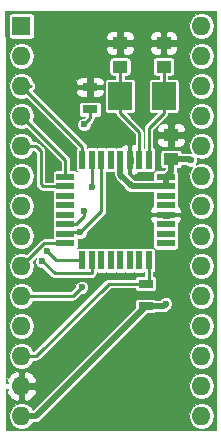
<source format=gbr>
G04 #@! TF.FileFunction,Copper,L1,Top,Signal*
%FSLAX46Y46*%
G04 Gerber Fmt 4.6, Leading zero omitted, Abs format (unit mm)*
G04 Created by KiCad (PCBNEW 4.0.7) date 04/15/18 07:55:40*
%MOMM*%
%LPD*%
G01*
G04 APERTURE LIST*
%ADD10C,0.100000*%
%ADD11R,1.600000X1.600000*%
%ADD12O,1.600000X1.600000*%
%ADD13R,1.250000X1.000000*%
%ADD14R,1.300000X0.700000*%
%ADD15R,0.550000X1.600000*%
%ADD16R,1.600000X0.550000*%
%ADD17R,2.000000X2.400000*%
%ADD18C,0.600000*%
%ADD19C,0.250000*%
%ADD20C,0.500000*%
%ADD21C,0.025400*%
G04 APERTURE END LIST*
D10*
D11*
X148501100Y-105003600D03*
D12*
X163741100Y-138023600D03*
X148501100Y-107543600D03*
X163741100Y-135483600D03*
X148501100Y-110083600D03*
X163741100Y-132943600D03*
X148501100Y-112623600D03*
X163741100Y-130403600D03*
X148501100Y-115163600D03*
X163741100Y-127863600D03*
X148501100Y-117703600D03*
X163741100Y-125323600D03*
X148501100Y-120243600D03*
X163741100Y-122783600D03*
X148501100Y-122783600D03*
X163741100Y-120243600D03*
X148501100Y-125323600D03*
X163741100Y-117703600D03*
X148501100Y-127863600D03*
X163741100Y-115163600D03*
X148501100Y-130403600D03*
X163741100Y-112623600D03*
X148501100Y-132943600D03*
X163741100Y-110083600D03*
X148501100Y-135483600D03*
X163741100Y-107543600D03*
X148501100Y-138023600D03*
X163741100Y-105003600D03*
D13*
X160528000Y-106442000D03*
X160528000Y-108442000D03*
X156845000Y-106442000D03*
X156845000Y-108442000D03*
X161163000Y-114252500D03*
X161163000Y-116252500D03*
D14*
X159004000Y-126812000D03*
X159004000Y-128712000D03*
X154305000Y-112075000D03*
X154305000Y-110175000D03*
D15*
X159264000Y-116336500D03*
X158464000Y-116336500D03*
X157664000Y-116336500D03*
X156864000Y-116336500D03*
X156064000Y-116336500D03*
X155264000Y-116336500D03*
X154464000Y-116336500D03*
X153664000Y-116336500D03*
D16*
X152214000Y-117786500D03*
X152214000Y-118586500D03*
X152214000Y-119386500D03*
X152214000Y-120186500D03*
X152214000Y-120986500D03*
X152214000Y-121786500D03*
X152214000Y-122586500D03*
X152214000Y-123386500D03*
D15*
X153664000Y-124836500D03*
X154464000Y-124836500D03*
X155264000Y-124836500D03*
X156064000Y-124836500D03*
X156864000Y-124836500D03*
X157664000Y-124836500D03*
X158464000Y-124836500D03*
X159264000Y-124836500D03*
D16*
X160714000Y-123386500D03*
X160714000Y-122586500D03*
X160714000Y-121786500D03*
X160714000Y-120986500D03*
X160714000Y-120186500D03*
X160714000Y-119386500D03*
X160714000Y-118586500D03*
X160714000Y-117786500D03*
D17*
X156836500Y-110934500D03*
X160536500Y-110934500D03*
D18*
X160718500Y-128524000D03*
X162814000Y-116395500D03*
X150685500Y-124079000D03*
X150241000Y-124904500D03*
X153479500Y-122491500D03*
X153606500Y-127127000D03*
X154495500Y-118681500D03*
X153797000Y-120650000D03*
X153797000Y-113347500D03*
D19*
X160536500Y-110934500D02*
X160536500Y-112384500D01*
X160536500Y-112384500D02*
X159264000Y-113657000D01*
X159264000Y-113657000D02*
X159264000Y-116336500D01*
X160528000Y-108442000D02*
X160528000Y-110926000D01*
X160528000Y-110926000D02*
X160536500Y-110934500D01*
X156836500Y-110934500D02*
X156836500Y-112384500D01*
X156836500Y-112384500D02*
X158464000Y-114012000D01*
X158464000Y-114012000D02*
X158464000Y-116336500D01*
X156845000Y-108442000D02*
X156845000Y-110926000D01*
X156845000Y-110926000D02*
X156836500Y-110934500D01*
D20*
X148501100Y-138023600D02*
X149692400Y-138023600D01*
X149692400Y-138023600D02*
X159004000Y-128712000D01*
X159004000Y-128712000D02*
X160530500Y-128712000D01*
X160530500Y-128712000D02*
X160718500Y-128524000D01*
X161163000Y-116252500D02*
X162671000Y-116252500D01*
X162671000Y-116252500D02*
X162814000Y-116395500D01*
X156864000Y-116336500D02*
X156864000Y-117621000D01*
X157829500Y-118586500D02*
X160714000Y-118586500D01*
X156864000Y-117621000D02*
X157829500Y-118586500D01*
X161163000Y-116252500D02*
X161163000Y-117337500D01*
X161163000Y-117337500D02*
X160714000Y-117786500D01*
X160714000Y-117786500D02*
X160714000Y-118586500D01*
D19*
X148501100Y-110083600D02*
X153664000Y-115246500D01*
X153664000Y-115246500D02*
X153664000Y-116336500D01*
X149269600Y-110083600D02*
X148501100Y-110083600D01*
X152214000Y-117786500D02*
X152214000Y-116336500D01*
X152214000Y-116336500D02*
X148501100Y-112623600D01*
X148501100Y-113265100D02*
X148501100Y-112623600D01*
X152214000Y-118586500D02*
X150336500Y-118586500D01*
X149707600Y-115163600D02*
X148501100Y-115163600D01*
X150114000Y-115570000D02*
X149707600Y-115163600D01*
X150114000Y-118364000D02*
X150114000Y-115570000D01*
X150336500Y-118586500D02*
X150114000Y-118364000D01*
X150685500Y-124079000D02*
X151443000Y-124836500D01*
X151443000Y-124836500D02*
X153664000Y-124836500D01*
X154464000Y-124836500D02*
X154464000Y-125886500D01*
X154464000Y-125886500D02*
X154388999Y-125961501D01*
X154388999Y-125961501D02*
X151298001Y-125961501D01*
X151298001Y-125961501D02*
X150241000Y-124904500D01*
X148501100Y-120636512D02*
X148501100Y-120243600D01*
X154464000Y-124553000D02*
X154388999Y-124628001D01*
X152214000Y-123386500D02*
X150438200Y-123386500D01*
X150438200Y-123386500D02*
X148501100Y-125323600D01*
X153479500Y-122491500D02*
X155264000Y-120707000D01*
X155264000Y-120707000D02*
X155264000Y-116336500D01*
X153479500Y-122491500D02*
X152309000Y-122491500D01*
X152309000Y-122491500D02*
X152214000Y-122586500D01*
X148501100Y-127863600D02*
X152869900Y-127863600D01*
X152869900Y-127863600D02*
X153606500Y-127127000D01*
X154464000Y-116336500D02*
X154464000Y-118650000D01*
X154464000Y-118650000D02*
X154495500Y-118681500D01*
X159264000Y-124836500D02*
X159264000Y-126552000D01*
X159264000Y-126552000D02*
X159004000Y-126812000D01*
X148501100Y-132943600D02*
X149758400Y-132943600D01*
X155890000Y-126812000D02*
X159004000Y-126812000D01*
X149758400Y-132943600D02*
X155890000Y-126812000D01*
X154305000Y-112075000D02*
X154305000Y-112839500D01*
X154305000Y-112839500D02*
X153797000Y-113347500D01*
X153797000Y-120650000D02*
X153797000Y-121074998D01*
X153797000Y-121074998D02*
X153085498Y-121786500D01*
X153085498Y-121786500D02*
X152214000Y-121786500D01*
D21*
G36*
X164960300Y-103771655D02*
X164960300Y-139242800D01*
X147205677Y-139242800D01*
X147203500Y-138023600D01*
X147413502Y-138023600D01*
X147494700Y-138431808D01*
X147725931Y-138777871D01*
X148071994Y-139009102D01*
X148480202Y-139090300D01*
X148521998Y-139090300D01*
X148930206Y-139009102D01*
X149276269Y-138777871D01*
X149435008Y-138540300D01*
X149692400Y-138540300D01*
X149890133Y-138500969D01*
X150057762Y-138388962D01*
X150423124Y-138023600D01*
X162653502Y-138023600D01*
X162734700Y-138431808D01*
X162965931Y-138777871D01*
X163311994Y-139009102D01*
X163720202Y-139090300D01*
X163761998Y-139090300D01*
X164170206Y-139009102D01*
X164516269Y-138777871D01*
X164747500Y-138431808D01*
X164828698Y-138023600D01*
X164747500Y-137615392D01*
X164516269Y-137269329D01*
X164170206Y-137038098D01*
X163761998Y-136956900D01*
X163720202Y-136956900D01*
X163311994Y-137038098D01*
X162965931Y-137269329D01*
X162734700Y-137615392D01*
X162653502Y-138023600D01*
X150423124Y-138023600D01*
X152963124Y-135483600D01*
X162653502Y-135483600D01*
X162734700Y-135891808D01*
X162965931Y-136237871D01*
X163311994Y-136469102D01*
X163720202Y-136550300D01*
X163761998Y-136550300D01*
X164170206Y-136469102D01*
X164516269Y-136237871D01*
X164747500Y-135891808D01*
X164828698Y-135483600D01*
X164747500Y-135075392D01*
X164516269Y-134729329D01*
X164170206Y-134498098D01*
X163761998Y-134416900D01*
X163720202Y-134416900D01*
X163311994Y-134498098D01*
X162965931Y-134729329D01*
X162734700Y-135075392D01*
X162653502Y-135483600D01*
X152963124Y-135483600D01*
X155503124Y-132943600D01*
X162653502Y-132943600D01*
X162734700Y-133351808D01*
X162965931Y-133697871D01*
X163311994Y-133929102D01*
X163720202Y-134010300D01*
X163761998Y-134010300D01*
X164170206Y-133929102D01*
X164516269Y-133697871D01*
X164747500Y-133351808D01*
X164828698Y-132943600D01*
X164747500Y-132535392D01*
X164516269Y-132189329D01*
X164170206Y-131958098D01*
X163761998Y-131876900D01*
X163720202Y-131876900D01*
X163311994Y-131958098D01*
X162965931Y-132189329D01*
X162734700Y-132535392D01*
X162653502Y-132943600D01*
X155503124Y-132943600D01*
X158043124Y-130403600D01*
X162653502Y-130403600D01*
X162734700Y-130811808D01*
X162965931Y-131157871D01*
X163311994Y-131389102D01*
X163720202Y-131470300D01*
X163761998Y-131470300D01*
X164170206Y-131389102D01*
X164516269Y-131157871D01*
X164747500Y-130811808D01*
X164828698Y-130403600D01*
X164747500Y-129995392D01*
X164516269Y-129649329D01*
X164170206Y-129418098D01*
X163761998Y-129336900D01*
X163720202Y-129336900D01*
X163311994Y-129418098D01*
X162965931Y-129649329D01*
X162734700Y-129995392D01*
X162653502Y-130403600D01*
X158043124Y-130403600D01*
X159112800Y-129333924D01*
X159654000Y-129333924D01*
X159752833Y-129315327D01*
X159843605Y-129256917D01*
X159862885Y-129228700D01*
X160530500Y-129228700D01*
X160728233Y-129189369D01*
X160895862Y-129077362D01*
X160918828Y-129054396D01*
X161039090Y-129004705D01*
X161198644Y-128845429D01*
X161285101Y-128637218D01*
X161285298Y-128411771D01*
X161199205Y-128203410D01*
X161039929Y-128043856D01*
X160831718Y-127957399D01*
X160606271Y-127957202D01*
X160397910Y-128043295D01*
X160245640Y-128195300D01*
X159863656Y-128195300D01*
X159848917Y-128172395D01*
X159759794Y-128111500D01*
X159654000Y-128090076D01*
X158354000Y-128090076D01*
X158255167Y-128108673D01*
X158164395Y-128167083D01*
X158103500Y-128256206D01*
X158082076Y-128362000D01*
X158082076Y-128903200D01*
X149478376Y-137506900D01*
X149435008Y-137506900D01*
X149276269Y-137269329D01*
X148930206Y-137038098D01*
X148521998Y-136956900D01*
X148480202Y-136956900D01*
X148071994Y-137038098D01*
X147725931Y-137269329D01*
X147494700Y-137615392D01*
X147413502Y-138023600D01*
X147203500Y-138023600D01*
X147199395Y-135724902D01*
X147335284Y-135724902D01*
X147256365Y-135925054D01*
X147308766Y-136051617D01*
X147616898Y-136464666D01*
X148059642Y-136728356D01*
X148259800Y-136651915D01*
X148259800Y-135724900D01*
X148742400Y-135724900D01*
X148742400Y-136651915D01*
X148942558Y-136728356D01*
X149385302Y-136464666D01*
X149693434Y-136051617D01*
X149745835Y-135925054D01*
X149666915Y-135724900D01*
X148742400Y-135724900D01*
X148259800Y-135724900D01*
X148239800Y-135724900D01*
X148239800Y-135242300D01*
X148259800Y-135242300D01*
X148259800Y-134315285D01*
X148742400Y-134315285D01*
X148742400Y-135242300D01*
X149666915Y-135242300D01*
X149745835Y-135042146D01*
X149693434Y-134915583D01*
X149385302Y-134502534D01*
X148942558Y-134238844D01*
X148742400Y-134315285D01*
X148259800Y-134315285D01*
X148059642Y-134238844D01*
X147616898Y-134502534D01*
X147308766Y-134915583D01*
X147256365Y-135042146D01*
X147335284Y-135242298D01*
X147198533Y-135242298D01*
X147189893Y-130403600D01*
X147413502Y-130403600D01*
X147494700Y-130811808D01*
X147725931Y-131157871D01*
X148071994Y-131389102D01*
X148480202Y-131470300D01*
X148521998Y-131470300D01*
X148930206Y-131389102D01*
X149276269Y-131157871D01*
X149507500Y-130811808D01*
X149588698Y-130403600D01*
X149507500Y-129995392D01*
X149276269Y-129649329D01*
X148930206Y-129418098D01*
X148521998Y-129336900D01*
X148480202Y-129336900D01*
X148071994Y-129418098D01*
X147725931Y-129649329D01*
X147494700Y-129995392D01*
X147413502Y-130403600D01*
X147189893Y-130403600D01*
X147185358Y-127863600D01*
X147413502Y-127863600D01*
X147494700Y-128271808D01*
X147725931Y-128617871D01*
X148071994Y-128849102D01*
X148480202Y-128930300D01*
X148521998Y-128930300D01*
X148930206Y-128849102D01*
X149276269Y-128617871D01*
X149507500Y-128271808D01*
X149510784Y-128255300D01*
X152869900Y-128255300D01*
X153019797Y-128225484D01*
X153146874Y-128140574D01*
X153593759Y-127693689D01*
X153718729Y-127693798D01*
X153927090Y-127607705D01*
X154086644Y-127448429D01*
X154173101Y-127240218D01*
X154173298Y-127014771D01*
X154087205Y-126806410D01*
X153927929Y-126646856D01*
X153719718Y-126560399D01*
X153494271Y-126560202D01*
X153285910Y-126646295D01*
X153126356Y-126805571D01*
X153039899Y-127013782D01*
X153039789Y-127139763D01*
X152707652Y-127471900D01*
X149510784Y-127471900D01*
X149507500Y-127455392D01*
X149276269Y-127109329D01*
X148930206Y-126878098D01*
X148521998Y-126796900D01*
X148480202Y-126796900D01*
X148071994Y-126878098D01*
X147725931Y-127109329D01*
X147494700Y-127455392D01*
X147413502Y-127863600D01*
X147185358Y-127863600D01*
X147176287Y-122783600D01*
X147413502Y-122783600D01*
X147494700Y-123191808D01*
X147725931Y-123537871D01*
X148071994Y-123769102D01*
X148480202Y-123850300D01*
X148521998Y-123850300D01*
X148930206Y-123769102D01*
X149276269Y-123537871D01*
X149507500Y-123191808D01*
X149588698Y-122783600D01*
X149507500Y-122375392D01*
X149276269Y-122029329D01*
X148930206Y-121798098D01*
X148521998Y-121716900D01*
X148480202Y-121716900D01*
X148071994Y-121798098D01*
X147725931Y-122029329D01*
X147494700Y-122375392D01*
X147413502Y-122783600D01*
X147176287Y-122783600D01*
X147171752Y-120243600D01*
X147413502Y-120243600D01*
X147494700Y-120651808D01*
X147725931Y-120997871D01*
X148071994Y-121229102D01*
X148480202Y-121310300D01*
X148521998Y-121310300D01*
X148930206Y-121229102D01*
X149276269Y-120997871D01*
X149507500Y-120651808D01*
X149588698Y-120243600D01*
X149507500Y-119835392D01*
X149276269Y-119489329D01*
X148930206Y-119258098D01*
X148521998Y-119176900D01*
X148480202Y-119176900D01*
X148071994Y-119258098D01*
X147725931Y-119489329D01*
X147494700Y-119835392D01*
X147413502Y-120243600D01*
X147171752Y-120243600D01*
X147167216Y-117703600D01*
X147413502Y-117703600D01*
X147494700Y-118111808D01*
X147725931Y-118457871D01*
X148071994Y-118689102D01*
X148480202Y-118770300D01*
X148521998Y-118770300D01*
X148930206Y-118689102D01*
X149276269Y-118457871D01*
X149507500Y-118111808D01*
X149588698Y-117703600D01*
X149507500Y-117295392D01*
X149276269Y-116949329D01*
X148930206Y-116718098D01*
X148521998Y-116636900D01*
X148480202Y-116636900D01*
X148071994Y-116718098D01*
X147725931Y-116949329D01*
X147494700Y-117295392D01*
X147413502Y-117703600D01*
X147167216Y-117703600D01*
X147153608Y-110083600D01*
X147413502Y-110083600D01*
X147494700Y-110491808D01*
X147725931Y-110837871D01*
X148071994Y-111069102D01*
X148480202Y-111150300D01*
X148521998Y-111150300D01*
X148930206Y-111069102D01*
X148931673Y-111068121D01*
X153202888Y-115339336D01*
X153199395Y-115341583D01*
X153138500Y-115430706D01*
X153117076Y-115536500D01*
X153117076Y-117136500D01*
X153135673Y-117235333D01*
X153177609Y-117300503D01*
X153119794Y-117261000D01*
X153014000Y-117239576D01*
X152605700Y-117239576D01*
X152605700Y-116336505D01*
X152605701Y-116336500D01*
X152575884Y-116186603D01*
X152490974Y-116059526D01*
X152490971Y-116059524D01*
X149489778Y-113058330D01*
X149507500Y-113031808D01*
X149588698Y-112623600D01*
X149507500Y-112215392D01*
X149276269Y-111869329D01*
X148930206Y-111638098D01*
X148521998Y-111556900D01*
X148480202Y-111556900D01*
X148071994Y-111638098D01*
X147725931Y-111869329D01*
X147494700Y-112215392D01*
X147413502Y-112623600D01*
X147494700Y-113031808D01*
X147725931Y-113377871D01*
X148071994Y-113609102D01*
X148480202Y-113690300D01*
X148521998Y-113690300D01*
X148930206Y-113609102D01*
X148931674Y-113608121D01*
X151822300Y-116498747D01*
X151822300Y-117239576D01*
X151414000Y-117239576D01*
X151315167Y-117258173D01*
X151224395Y-117316583D01*
X151163500Y-117405706D01*
X151142076Y-117511500D01*
X151142076Y-118061500D01*
X151160673Y-118160333D01*
X151177080Y-118185831D01*
X151170952Y-118194800D01*
X150505700Y-118194800D01*
X150505700Y-115570000D01*
X150475884Y-115420103D01*
X150475884Y-115420102D01*
X150426968Y-115346895D01*
X150390974Y-115293026D01*
X150390971Y-115293024D01*
X149984574Y-114886626D01*
X149857497Y-114801716D01*
X149707600Y-114771900D01*
X149510784Y-114771900D01*
X149507500Y-114755392D01*
X149276269Y-114409329D01*
X148930206Y-114178098D01*
X148521998Y-114096900D01*
X148480202Y-114096900D01*
X148071994Y-114178098D01*
X147725931Y-114409329D01*
X147494700Y-114755392D01*
X147413502Y-115163600D01*
X147494700Y-115571808D01*
X147725931Y-115917871D01*
X148071994Y-116149102D01*
X148480202Y-116230300D01*
X148521998Y-116230300D01*
X148930206Y-116149102D01*
X149276269Y-115917871D01*
X149507500Y-115571808D01*
X149510784Y-115555300D01*
X149545352Y-115555300D01*
X149722300Y-115732247D01*
X149722300Y-118364000D01*
X149752116Y-118513897D01*
X149837026Y-118640974D01*
X150059524Y-118863471D01*
X150059526Y-118863474D01*
X150154561Y-118926974D01*
X150186603Y-118948384D01*
X150336500Y-118978201D01*
X150336505Y-118978200D01*
X151172170Y-118978200D01*
X151177080Y-118985831D01*
X151163500Y-119005706D01*
X151142076Y-119111500D01*
X151142076Y-119661500D01*
X151160673Y-119760333D01*
X151177080Y-119785831D01*
X151163500Y-119805706D01*
X151142076Y-119911500D01*
X151142076Y-120461500D01*
X151160673Y-120560333D01*
X151177080Y-120585831D01*
X151163500Y-120605706D01*
X151142076Y-120711500D01*
X151142076Y-121261500D01*
X151160673Y-121360333D01*
X151177080Y-121385831D01*
X151163500Y-121405706D01*
X151142076Y-121511500D01*
X151142076Y-122061500D01*
X151160673Y-122160333D01*
X151177080Y-122185831D01*
X151163500Y-122205706D01*
X151142076Y-122311500D01*
X151142076Y-122861500D01*
X151160673Y-122960333D01*
X151177080Y-122985831D01*
X151170952Y-122994800D01*
X150438200Y-122994800D01*
X150288302Y-123024616D01*
X150161226Y-123109526D01*
X148931673Y-124339079D01*
X148930206Y-124338098D01*
X148521998Y-124256900D01*
X148480202Y-124256900D01*
X148071994Y-124338098D01*
X147725931Y-124569329D01*
X147494700Y-124915392D01*
X147413502Y-125323600D01*
X147494700Y-125731808D01*
X147725931Y-126077871D01*
X148071994Y-126309102D01*
X148480202Y-126390300D01*
X148521998Y-126390300D01*
X148930206Y-126309102D01*
X149276269Y-126077871D01*
X149507500Y-125731808D01*
X149588698Y-125323600D01*
X149507500Y-124915392D01*
X149489778Y-124888870D01*
X149736201Y-124642447D01*
X149674399Y-124791282D01*
X149674202Y-125016729D01*
X149760295Y-125225090D01*
X149919571Y-125384644D01*
X150127782Y-125471101D01*
X150253763Y-125471211D01*
X151021027Y-126238475D01*
X151148103Y-126323385D01*
X151298001Y-126353201D01*
X154388999Y-126353201D01*
X154538896Y-126323385D01*
X154665973Y-126238475D01*
X154740971Y-126163476D01*
X154740974Y-126163474D01*
X154798172Y-126077871D01*
X154825884Y-126036398D01*
X154855700Y-125886500D01*
X154855700Y-125878330D01*
X154863331Y-125873420D01*
X154883206Y-125887000D01*
X154989000Y-125908424D01*
X155539000Y-125908424D01*
X155637833Y-125889827D01*
X155663331Y-125873420D01*
X155683206Y-125887000D01*
X155789000Y-125908424D01*
X156339000Y-125908424D01*
X156437833Y-125889827D01*
X156463331Y-125873420D01*
X156483206Y-125887000D01*
X156589000Y-125908424D01*
X157139000Y-125908424D01*
X157237833Y-125889827D01*
X157263331Y-125873420D01*
X157283206Y-125887000D01*
X157389000Y-125908424D01*
X157939000Y-125908424D01*
X158037833Y-125889827D01*
X158063331Y-125873420D01*
X158083206Y-125887000D01*
X158189000Y-125908424D01*
X158739000Y-125908424D01*
X158837833Y-125889827D01*
X158863331Y-125873420D01*
X158872300Y-125879548D01*
X158872300Y-126190076D01*
X158354000Y-126190076D01*
X158255167Y-126208673D01*
X158164395Y-126267083D01*
X158103500Y-126356206D01*
X158090521Y-126420300D01*
X155890000Y-126420300D01*
X155740103Y-126450116D01*
X155613026Y-126535026D01*
X149596152Y-132551900D01*
X149510784Y-132551900D01*
X149507500Y-132535392D01*
X149276269Y-132189329D01*
X148930206Y-131958098D01*
X148521998Y-131876900D01*
X148480202Y-131876900D01*
X148071994Y-131958098D01*
X147725931Y-132189329D01*
X147494700Y-132535392D01*
X147413502Y-132943600D01*
X147494700Y-133351808D01*
X147725931Y-133697871D01*
X148071994Y-133929102D01*
X148480202Y-134010300D01*
X148521998Y-134010300D01*
X148930206Y-133929102D01*
X149276269Y-133697871D01*
X149507500Y-133351808D01*
X149510784Y-133335300D01*
X149758400Y-133335300D01*
X149908297Y-133305484D01*
X150035374Y-133220574D01*
X155392348Y-127863600D01*
X162653502Y-127863600D01*
X162734700Y-128271808D01*
X162965931Y-128617871D01*
X163311994Y-128849102D01*
X163720202Y-128930300D01*
X163761998Y-128930300D01*
X164170206Y-128849102D01*
X164516269Y-128617871D01*
X164747500Y-128271808D01*
X164828698Y-127863600D01*
X164747500Y-127455392D01*
X164516269Y-127109329D01*
X164170206Y-126878098D01*
X163761998Y-126796900D01*
X163720202Y-126796900D01*
X163311994Y-126878098D01*
X162965931Y-127109329D01*
X162734700Y-127455392D01*
X162653502Y-127863600D01*
X155392348Y-127863600D01*
X156052248Y-127203700D01*
X158089923Y-127203700D01*
X158100673Y-127260833D01*
X158159083Y-127351605D01*
X158248206Y-127412500D01*
X158354000Y-127433924D01*
X159654000Y-127433924D01*
X159752833Y-127415327D01*
X159843605Y-127356917D01*
X159904500Y-127267794D01*
X159925924Y-127162000D01*
X159925924Y-126462000D01*
X159907327Y-126363167D01*
X159848917Y-126272395D01*
X159759794Y-126211500D01*
X159655700Y-126190420D01*
X159655700Y-125878330D01*
X159728605Y-125831417D01*
X159789500Y-125742294D01*
X159810924Y-125636500D01*
X159810924Y-125323600D01*
X162653502Y-125323600D01*
X162734700Y-125731808D01*
X162965931Y-126077871D01*
X163311994Y-126309102D01*
X163720202Y-126390300D01*
X163761998Y-126390300D01*
X164170206Y-126309102D01*
X164516269Y-126077871D01*
X164747500Y-125731808D01*
X164828698Y-125323600D01*
X164747500Y-124915392D01*
X164516269Y-124569329D01*
X164170206Y-124338098D01*
X163761998Y-124256900D01*
X163720202Y-124256900D01*
X163311994Y-124338098D01*
X162965931Y-124569329D01*
X162734700Y-124915392D01*
X162653502Y-125323600D01*
X159810924Y-125323600D01*
X159810924Y-124036500D01*
X159792327Y-123937667D01*
X159750391Y-123872497D01*
X159808206Y-123912000D01*
X159914000Y-123933424D01*
X161514000Y-123933424D01*
X161612833Y-123914827D01*
X161703605Y-123856417D01*
X161764500Y-123767294D01*
X161785924Y-123661500D01*
X161785924Y-123111500D01*
X161767327Y-123012667D01*
X161750920Y-122987169D01*
X161764500Y-122967294D01*
X161785924Y-122861500D01*
X161785924Y-122783600D01*
X162653502Y-122783600D01*
X162734700Y-123191808D01*
X162965931Y-123537871D01*
X163311994Y-123769102D01*
X163720202Y-123850300D01*
X163761998Y-123850300D01*
X164170206Y-123769102D01*
X164516269Y-123537871D01*
X164747500Y-123191808D01*
X164828698Y-122783600D01*
X164747500Y-122375392D01*
X164516269Y-122029329D01*
X164170206Y-121798098D01*
X163761998Y-121716900D01*
X163720202Y-121716900D01*
X163311994Y-121798098D01*
X162965931Y-122029329D01*
X162734700Y-122375392D01*
X162653502Y-122783600D01*
X161785924Y-122783600D01*
X161785924Y-122311500D01*
X161767327Y-122212667D01*
X161750920Y-122187169D01*
X161764500Y-122167294D01*
X161785924Y-122061500D01*
X161785924Y-121712467D01*
X161808953Y-121702928D01*
X161955428Y-121556453D01*
X162034700Y-121365073D01*
X162034700Y-121254175D01*
X161904525Y-121124000D01*
X160955300Y-121124000D01*
X160955300Y-121239576D01*
X160472700Y-121239576D01*
X160472700Y-121124000D01*
X159523475Y-121124000D01*
X159393300Y-121254175D01*
X159393300Y-121365073D01*
X159472572Y-121556453D01*
X159619047Y-121702928D01*
X159642076Y-121712467D01*
X159642076Y-122061500D01*
X159660673Y-122160333D01*
X159677080Y-122185831D01*
X159663500Y-122205706D01*
X159642076Y-122311500D01*
X159642076Y-122861500D01*
X159660673Y-122960333D01*
X159677080Y-122985831D01*
X159663500Y-123005706D01*
X159642076Y-123111500D01*
X159642076Y-123661500D01*
X159660673Y-123760333D01*
X159702609Y-123825503D01*
X159644794Y-123786000D01*
X159539000Y-123764576D01*
X158989000Y-123764576D01*
X158890167Y-123783173D01*
X158864669Y-123799580D01*
X158844794Y-123786000D01*
X158739000Y-123764576D01*
X158189000Y-123764576D01*
X158090167Y-123783173D01*
X158064669Y-123799580D01*
X158044794Y-123786000D01*
X157939000Y-123764576D01*
X157389000Y-123764576D01*
X157290167Y-123783173D01*
X157264669Y-123799580D01*
X157244794Y-123786000D01*
X157139000Y-123764576D01*
X156589000Y-123764576D01*
X156490167Y-123783173D01*
X156464669Y-123799580D01*
X156444794Y-123786000D01*
X156339000Y-123764576D01*
X155789000Y-123764576D01*
X155690167Y-123783173D01*
X155664669Y-123799580D01*
X155644794Y-123786000D01*
X155539000Y-123764576D01*
X154989000Y-123764576D01*
X154890167Y-123783173D01*
X154864669Y-123799580D01*
X154844794Y-123786000D01*
X154739000Y-123764576D01*
X154189000Y-123764576D01*
X154090167Y-123783173D01*
X154064669Y-123799580D01*
X154044794Y-123786000D01*
X153939000Y-123764576D01*
X153389000Y-123764576D01*
X153290167Y-123783173D01*
X153224997Y-123825109D01*
X153264500Y-123767294D01*
X153285924Y-123661500D01*
X153285924Y-123111500D01*
X153268214Y-123017379D01*
X153366282Y-123058101D01*
X153591729Y-123058298D01*
X153800090Y-122972205D01*
X153959644Y-122812929D01*
X154046101Y-122604718D01*
X154046211Y-122478737D01*
X155540974Y-120983974D01*
X155625884Y-120856898D01*
X155655700Y-120707000D01*
X155655700Y-117378330D01*
X155663331Y-117373420D01*
X155683206Y-117387000D01*
X155789000Y-117408424D01*
X156339000Y-117408424D01*
X156347300Y-117406862D01*
X156347300Y-117621000D01*
X156386631Y-117818733D01*
X156498638Y-117986362D01*
X157464138Y-118951862D01*
X157631767Y-119063869D01*
X157829500Y-119103200D01*
X159643757Y-119103200D01*
X159642076Y-119111500D01*
X159642076Y-119661500D01*
X159660673Y-119760333D01*
X159677080Y-119785831D01*
X159663500Y-119805706D01*
X159642076Y-119911500D01*
X159642076Y-120260533D01*
X159619047Y-120270072D01*
X159472572Y-120416547D01*
X159393300Y-120607927D01*
X159393300Y-120718825D01*
X159523475Y-120849000D01*
X160472700Y-120849000D01*
X160472700Y-120733424D01*
X160955300Y-120733424D01*
X160955300Y-120849000D01*
X161904525Y-120849000D01*
X162034700Y-120718825D01*
X162034700Y-120607927D01*
X161955428Y-120416547D01*
X161808953Y-120270072D01*
X161785924Y-120260533D01*
X161785924Y-120243600D01*
X162653502Y-120243600D01*
X162734700Y-120651808D01*
X162965931Y-120997871D01*
X163311994Y-121229102D01*
X163720202Y-121310300D01*
X163761998Y-121310300D01*
X164170206Y-121229102D01*
X164516269Y-120997871D01*
X164747500Y-120651808D01*
X164828698Y-120243600D01*
X164747500Y-119835392D01*
X164516269Y-119489329D01*
X164170206Y-119258098D01*
X163761998Y-119176900D01*
X163720202Y-119176900D01*
X163311994Y-119258098D01*
X162965931Y-119489329D01*
X162734700Y-119835392D01*
X162653502Y-120243600D01*
X161785924Y-120243600D01*
X161785924Y-119911500D01*
X161767327Y-119812667D01*
X161750920Y-119787169D01*
X161764500Y-119767294D01*
X161785924Y-119661500D01*
X161785924Y-119111500D01*
X161767327Y-119012667D01*
X161750920Y-118987169D01*
X161764500Y-118967294D01*
X161785924Y-118861500D01*
X161785924Y-118311500D01*
X161767327Y-118212667D01*
X161750920Y-118187169D01*
X161764500Y-118167294D01*
X161785924Y-118061500D01*
X161785924Y-117511500D01*
X161767327Y-117412667D01*
X161708917Y-117321895D01*
X161679700Y-117301932D01*
X161679700Y-117024424D01*
X161788000Y-117024424D01*
X161886833Y-117005827D01*
X161977605Y-116947417D01*
X162038500Y-116858294D01*
X162056542Y-116769200D01*
X162386312Y-116769200D01*
X162492571Y-116875644D01*
X162700782Y-116962101D01*
X162926229Y-116962298D01*
X162979404Y-116940326D01*
X162965931Y-116949329D01*
X162734700Y-117295392D01*
X162653502Y-117703600D01*
X162734700Y-118111808D01*
X162965931Y-118457871D01*
X163311994Y-118689102D01*
X163720202Y-118770300D01*
X163761998Y-118770300D01*
X164170206Y-118689102D01*
X164516269Y-118457871D01*
X164747500Y-118111808D01*
X164828698Y-117703600D01*
X164747500Y-117295392D01*
X164516269Y-116949329D01*
X164170206Y-116718098D01*
X163761998Y-116636900D01*
X163720202Y-116636900D01*
X163311994Y-116718098D01*
X163254469Y-116756535D01*
X163294144Y-116716929D01*
X163380601Y-116508718D01*
X163380798Y-116283271D01*
X163326557Y-116151999D01*
X163720202Y-116230300D01*
X163761998Y-116230300D01*
X164170206Y-116149102D01*
X164516269Y-115917871D01*
X164747500Y-115571808D01*
X164828698Y-115163600D01*
X164747500Y-114755392D01*
X164516269Y-114409329D01*
X164170206Y-114178098D01*
X163761998Y-114096900D01*
X163720202Y-114096900D01*
X163311994Y-114178098D01*
X162965931Y-114409329D01*
X162734700Y-114755392D01*
X162653502Y-115163600D01*
X162734700Y-115571808D01*
X162872026Y-115777331D01*
X162868733Y-115775131D01*
X162671000Y-115735800D01*
X162056782Y-115735800D01*
X162041327Y-115653667D01*
X161982917Y-115562895D01*
X161893794Y-115502000D01*
X161788000Y-115480576D01*
X160538000Y-115480576D01*
X160439167Y-115499173D01*
X160348395Y-115557583D01*
X160287500Y-115646706D01*
X160266076Y-115752500D01*
X160266076Y-116752500D01*
X160284673Y-116851333D01*
X160343083Y-116942105D01*
X160432206Y-117003000D01*
X160538000Y-117024424D01*
X160646300Y-117024424D01*
X160646300Y-117123476D01*
X160530200Y-117239576D01*
X159914000Y-117239576D01*
X159815167Y-117258173D01*
X159749997Y-117300109D01*
X159789500Y-117242294D01*
X159810924Y-117136500D01*
X159810924Y-115536500D01*
X159792327Y-115437667D01*
X159733917Y-115346895D01*
X159655700Y-115293452D01*
X159655700Y-114623975D01*
X160017300Y-114623975D01*
X160017300Y-114856074D01*
X160096572Y-115047453D01*
X160243047Y-115193928D01*
X160434427Y-115273200D01*
X160791525Y-115273200D01*
X160921700Y-115143025D01*
X160921700Y-114493800D01*
X161404300Y-114493800D01*
X161404300Y-115143025D01*
X161534475Y-115273200D01*
X161891573Y-115273200D01*
X162082953Y-115193928D01*
X162229428Y-115047453D01*
X162308700Y-114856074D01*
X162308700Y-114623975D01*
X162178525Y-114493800D01*
X161404300Y-114493800D01*
X160921700Y-114493800D01*
X160147475Y-114493800D01*
X160017300Y-114623975D01*
X159655700Y-114623975D01*
X159655700Y-113819248D01*
X159826022Y-113648926D01*
X160017300Y-113648926D01*
X160017300Y-113881025D01*
X160147475Y-114011200D01*
X160921700Y-114011200D01*
X160921700Y-113361975D01*
X161404300Y-113361975D01*
X161404300Y-114011200D01*
X162178525Y-114011200D01*
X162308700Y-113881025D01*
X162308700Y-113648926D01*
X162229428Y-113457547D01*
X162082953Y-113311072D01*
X161891573Y-113231800D01*
X161534475Y-113231800D01*
X161404300Y-113361975D01*
X160921700Y-113361975D01*
X160791525Y-113231800D01*
X160434427Y-113231800D01*
X160243047Y-113311072D01*
X160096572Y-113457547D01*
X160017300Y-113648926D01*
X159826022Y-113648926D01*
X160813474Y-112661474D01*
X160838780Y-112623600D01*
X162653502Y-112623600D01*
X162734700Y-113031808D01*
X162965931Y-113377871D01*
X163311994Y-113609102D01*
X163720202Y-113690300D01*
X163761998Y-113690300D01*
X164170206Y-113609102D01*
X164516269Y-113377871D01*
X164747500Y-113031808D01*
X164828698Y-112623600D01*
X164747500Y-112215392D01*
X164516269Y-111869329D01*
X164170206Y-111638098D01*
X163761998Y-111556900D01*
X163720202Y-111556900D01*
X163311994Y-111638098D01*
X162965931Y-111869329D01*
X162734700Y-112215392D01*
X162653502Y-112623600D01*
X160838780Y-112623600D01*
X160898384Y-112534397D01*
X160923840Y-112406424D01*
X161536500Y-112406424D01*
X161635333Y-112387827D01*
X161726105Y-112329417D01*
X161787000Y-112240294D01*
X161808424Y-112134500D01*
X161808424Y-110083600D01*
X162653502Y-110083600D01*
X162734700Y-110491808D01*
X162965931Y-110837871D01*
X163311994Y-111069102D01*
X163720202Y-111150300D01*
X163761998Y-111150300D01*
X164170206Y-111069102D01*
X164516269Y-110837871D01*
X164747500Y-110491808D01*
X164828698Y-110083600D01*
X164747500Y-109675392D01*
X164516269Y-109329329D01*
X164170206Y-109098098D01*
X163761998Y-109016900D01*
X163720202Y-109016900D01*
X163311994Y-109098098D01*
X162965931Y-109329329D01*
X162734700Y-109675392D01*
X162653502Y-110083600D01*
X161808424Y-110083600D01*
X161808424Y-109734500D01*
X161789827Y-109635667D01*
X161731417Y-109544895D01*
X161642294Y-109484000D01*
X161536500Y-109462576D01*
X160919700Y-109462576D01*
X160919700Y-109213924D01*
X161153000Y-109213924D01*
X161251833Y-109195327D01*
X161342605Y-109136917D01*
X161403500Y-109047794D01*
X161424924Y-108942000D01*
X161424924Y-107942000D01*
X161406327Y-107843167D01*
X161347917Y-107752395D01*
X161258794Y-107691500D01*
X161153000Y-107670076D01*
X159903000Y-107670076D01*
X159804167Y-107688673D01*
X159713395Y-107747083D01*
X159652500Y-107836206D01*
X159631076Y-107942000D01*
X159631076Y-108942000D01*
X159649673Y-109040833D01*
X159708083Y-109131605D01*
X159797206Y-109192500D01*
X159903000Y-109213924D01*
X160136300Y-109213924D01*
X160136300Y-109462576D01*
X159536500Y-109462576D01*
X159437667Y-109481173D01*
X159346895Y-109539583D01*
X159286000Y-109628706D01*
X159264576Y-109734500D01*
X159264576Y-112134500D01*
X159283173Y-112233333D01*
X159341583Y-112324105D01*
X159430706Y-112385000D01*
X159536500Y-112406424D01*
X159960628Y-112406424D01*
X158987026Y-113380026D01*
X158902116Y-113507103D01*
X158872300Y-113657000D01*
X158872300Y-115294670D01*
X158864669Y-115299580D01*
X158855700Y-115293452D01*
X158855700Y-114012005D01*
X158855701Y-114012000D01*
X158825884Y-113862103D01*
X158802859Y-113827644D01*
X158740974Y-113735026D01*
X158740971Y-113735024D01*
X157412372Y-112406424D01*
X157836500Y-112406424D01*
X157935333Y-112387827D01*
X158026105Y-112329417D01*
X158087000Y-112240294D01*
X158108424Y-112134500D01*
X158108424Y-109734500D01*
X158089827Y-109635667D01*
X158031417Y-109544895D01*
X157942294Y-109484000D01*
X157836500Y-109462576D01*
X157236700Y-109462576D01*
X157236700Y-109213924D01*
X157470000Y-109213924D01*
X157568833Y-109195327D01*
X157659605Y-109136917D01*
X157720500Y-109047794D01*
X157741924Y-108942000D01*
X157741924Y-107942000D01*
X157723327Y-107843167D01*
X157664917Y-107752395D01*
X157575794Y-107691500D01*
X157470000Y-107670076D01*
X156220000Y-107670076D01*
X156121167Y-107688673D01*
X156030395Y-107747083D01*
X155969500Y-107836206D01*
X155948076Y-107942000D01*
X155948076Y-108942000D01*
X155966673Y-109040833D01*
X156025083Y-109131605D01*
X156114206Y-109192500D01*
X156220000Y-109213924D01*
X156453300Y-109213924D01*
X156453300Y-109462576D01*
X155836500Y-109462576D01*
X155737667Y-109481173D01*
X155646895Y-109539583D01*
X155586000Y-109628706D01*
X155564576Y-109734500D01*
X155564576Y-112134500D01*
X155583173Y-112233333D01*
X155641583Y-112324105D01*
X155730706Y-112385000D01*
X155836500Y-112406424D01*
X156449161Y-112406424D01*
X156474616Y-112534397D01*
X156559526Y-112661474D01*
X158072300Y-114174247D01*
X158072300Y-115028113D01*
X158042573Y-115015800D01*
X157931675Y-115015800D01*
X157801500Y-115145975D01*
X157801500Y-116095200D01*
X157917076Y-116095200D01*
X157917076Y-116577800D01*
X157801500Y-116577800D01*
X157801500Y-117527025D01*
X157931675Y-117657200D01*
X158042573Y-117657200D01*
X158233953Y-117577928D01*
X158380428Y-117431453D01*
X158389967Y-117408424D01*
X158739000Y-117408424D01*
X158837833Y-117389827D01*
X158863331Y-117373420D01*
X158883206Y-117387000D01*
X158989000Y-117408424D01*
X159539000Y-117408424D01*
X159637833Y-117389827D01*
X159703003Y-117347891D01*
X159663500Y-117405706D01*
X159642076Y-117511500D01*
X159642076Y-118061500D01*
X159643638Y-118069800D01*
X158043524Y-118069800D01*
X157513625Y-117539901D01*
X157526500Y-117527025D01*
X157526500Y-116577800D01*
X157410924Y-116577800D01*
X157410924Y-116095200D01*
X157526500Y-116095200D01*
X157526500Y-115145975D01*
X157396325Y-115015800D01*
X157285427Y-115015800D01*
X157094047Y-115095072D01*
X156947572Y-115241547D01*
X156938033Y-115264576D01*
X156589000Y-115264576D01*
X156490167Y-115283173D01*
X156464669Y-115299580D01*
X156444794Y-115286000D01*
X156339000Y-115264576D01*
X155789000Y-115264576D01*
X155690167Y-115283173D01*
X155664669Y-115299580D01*
X155644794Y-115286000D01*
X155539000Y-115264576D01*
X154989000Y-115264576D01*
X154890167Y-115283173D01*
X154864669Y-115299580D01*
X154844794Y-115286000D01*
X154739000Y-115264576D01*
X154189000Y-115264576D01*
X154090167Y-115283173D01*
X154064669Y-115299580D01*
X154055700Y-115293452D01*
X154055700Y-115246500D01*
X154025884Y-115096603D01*
X154025884Y-115096602D01*
X153940974Y-114969526D01*
X152431177Y-113459729D01*
X153230202Y-113459729D01*
X153316295Y-113668090D01*
X153475571Y-113827644D01*
X153683782Y-113914101D01*
X153909229Y-113914298D01*
X154117590Y-113828205D01*
X154277144Y-113668929D01*
X154363601Y-113460718D01*
X154363711Y-113334736D01*
X154581971Y-113116476D01*
X154581974Y-113116474D01*
X154666884Y-112989397D01*
X154696700Y-112839500D01*
X154696700Y-112696924D01*
X154955000Y-112696924D01*
X155053833Y-112678327D01*
X155144605Y-112619917D01*
X155205500Y-112530794D01*
X155226924Y-112425000D01*
X155226924Y-111725000D01*
X155208327Y-111626167D01*
X155149917Y-111535395D01*
X155060794Y-111474500D01*
X154955000Y-111453076D01*
X153655000Y-111453076D01*
X153556167Y-111471673D01*
X153465395Y-111530083D01*
X153404500Y-111619206D01*
X153383076Y-111725000D01*
X153383076Y-112425000D01*
X153401673Y-112523833D01*
X153460083Y-112614605D01*
X153549206Y-112675500D01*
X153655000Y-112696924D01*
X153893629Y-112696924D01*
X153809741Y-112780811D01*
X153684771Y-112780702D01*
X153476410Y-112866795D01*
X153316856Y-113026071D01*
X153230399Y-113234282D01*
X153230202Y-113459729D01*
X152431177Y-113459729D01*
X149489778Y-110518330D01*
X149507500Y-110491808D01*
X149509813Y-110480175D01*
X153134300Y-110480175D01*
X153134300Y-110628574D01*
X153213572Y-110819953D01*
X153360047Y-110966428D01*
X153551427Y-111045700D01*
X153933525Y-111045700D01*
X154063700Y-110915525D01*
X154063700Y-110350000D01*
X154546300Y-110350000D01*
X154546300Y-110915525D01*
X154676475Y-111045700D01*
X155058573Y-111045700D01*
X155249953Y-110966428D01*
X155396428Y-110819953D01*
X155475700Y-110628574D01*
X155475700Y-110480175D01*
X155345525Y-110350000D01*
X154546300Y-110350000D01*
X154063700Y-110350000D01*
X153264475Y-110350000D01*
X153134300Y-110480175D01*
X149509813Y-110480175D01*
X149531616Y-110370569D01*
X149546574Y-110360574D01*
X149631484Y-110233497D01*
X149661300Y-110083600D01*
X149631484Y-109933703D01*
X149546574Y-109806626D01*
X149531616Y-109796631D01*
X149516657Y-109721426D01*
X153134300Y-109721426D01*
X153134300Y-109869825D01*
X153264475Y-110000000D01*
X154063700Y-110000000D01*
X154063700Y-109434475D01*
X154546300Y-109434475D01*
X154546300Y-110000000D01*
X155345525Y-110000000D01*
X155475700Y-109869825D01*
X155475700Y-109721426D01*
X155396428Y-109530047D01*
X155249953Y-109383572D01*
X155058573Y-109304300D01*
X154676475Y-109304300D01*
X154546300Y-109434475D01*
X154063700Y-109434475D01*
X153933525Y-109304300D01*
X153551427Y-109304300D01*
X153360047Y-109383572D01*
X153213572Y-109530047D01*
X153134300Y-109721426D01*
X149516657Y-109721426D01*
X149507500Y-109675392D01*
X149276269Y-109329329D01*
X148930206Y-109098098D01*
X148521998Y-109016900D01*
X148480202Y-109016900D01*
X148071994Y-109098098D01*
X147725931Y-109329329D01*
X147494700Y-109675392D01*
X147413502Y-110083600D01*
X147153608Y-110083600D01*
X147149073Y-107543600D01*
X147413502Y-107543600D01*
X147494700Y-107951808D01*
X147725931Y-108297871D01*
X148071994Y-108529102D01*
X148480202Y-108610300D01*
X148521998Y-108610300D01*
X148930206Y-108529102D01*
X149276269Y-108297871D01*
X149507500Y-107951808D01*
X149588698Y-107543600D01*
X162653502Y-107543600D01*
X162734700Y-107951808D01*
X162965931Y-108297871D01*
X163311994Y-108529102D01*
X163720202Y-108610300D01*
X163761998Y-108610300D01*
X164170206Y-108529102D01*
X164516269Y-108297871D01*
X164747500Y-107951808D01*
X164828698Y-107543600D01*
X164747500Y-107135392D01*
X164516269Y-106789329D01*
X164170206Y-106558098D01*
X163761998Y-106476900D01*
X163720202Y-106476900D01*
X163311994Y-106558098D01*
X162965931Y-106789329D01*
X162734700Y-107135392D01*
X162653502Y-107543600D01*
X149588698Y-107543600D01*
X149507500Y-107135392D01*
X149292403Y-106813475D01*
X155699300Y-106813475D01*
X155699300Y-107045574D01*
X155778572Y-107236953D01*
X155925047Y-107383428D01*
X156116427Y-107462700D01*
X156473525Y-107462700D01*
X156603700Y-107332525D01*
X156603700Y-106683300D01*
X157086300Y-106683300D01*
X157086300Y-107332525D01*
X157216475Y-107462700D01*
X157573573Y-107462700D01*
X157764953Y-107383428D01*
X157911428Y-107236953D01*
X157990700Y-107045574D01*
X157990700Y-106813475D01*
X159382300Y-106813475D01*
X159382300Y-107045574D01*
X159461572Y-107236953D01*
X159608047Y-107383428D01*
X159799427Y-107462700D01*
X160156525Y-107462700D01*
X160286700Y-107332525D01*
X160286700Y-106683300D01*
X160769300Y-106683300D01*
X160769300Y-107332525D01*
X160899475Y-107462700D01*
X161256573Y-107462700D01*
X161447953Y-107383428D01*
X161594428Y-107236953D01*
X161673700Y-107045574D01*
X161673700Y-106813475D01*
X161543525Y-106683300D01*
X160769300Y-106683300D01*
X160286700Y-106683300D01*
X159512475Y-106683300D01*
X159382300Y-106813475D01*
X157990700Y-106813475D01*
X157860525Y-106683300D01*
X157086300Y-106683300D01*
X156603700Y-106683300D01*
X155829475Y-106683300D01*
X155699300Y-106813475D01*
X149292403Y-106813475D01*
X149276269Y-106789329D01*
X148930206Y-106558098D01*
X148521998Y-106476900D01*
X148480202Y-106476900D01*
X148071994Y-106558098D01*
X147725931Y-106789329D01*
X147494700Y-107135392D01*
X147413502Y-107543600D01*
X147149073Y-107543600D01*
X147143108Y-104203600D01*
X147429176Y-104203600D01*
X147429176Y-105803600D01*
X147447773Y-105902433D01*
X147506183Y-105993205D01*
X147595306Y-106054100D01*
X147701100Y-106075524D01*
X149301100Y-106075524D01*
X149399933Y-106056927D01*
X149490705Y-105998517D01*
X149551600Y-105909394D01*
X149565971Y-105838426D01*
X155699300Y-105838426D01*
X155699300Y-106070525D01*
X155829475Y-106200700D01*
X156603700Y-106200700D01*
X156603700Y-105551475D01*
X157086300Y-105551475D01*
X157086300Y-106200700D01*
X157860525Y-106200700D01*
X157990700Y-106070525D01*
X157990700Y-105838426D01*
X159382300Y-105838426D01*
X159382300Y-106070525D01*
X159512475Y-106200700D01*
X160286700Y-106200700D01*
X160286700Y-105551475D01*
X160769300Y-105551475D01*
X160769300Y-106200700D01*
X161543525Y-106200700D01*
X161673700Y-106070525D01*
X161673700Y-105838426D01*
X161594428Y-105647047D01*
X161447953Y-105500572D01*
X161256573Y-105421300D01*
X160899475Y-105421300D01*
X160769300Y-105551475D01*
X160286700Y-105551475D01*
X160156525Y-105421300D01*
X159799427Y-105421300D01*
X159608047Y-105500572D01*
X159461572Y-105647047D01*
X159382300Y-105838426D01*
X157990700Y-105838426D01*
X157911428Y-105647047D01*
X157764953Y-105500572D01*
X157573573Y-105421300D01*
X157216475Y-105421300D01*
X157086300Y-105551475D01*
X156603700Y-105551475D01*
X156473525Y-105421300D01*
X156116427Y-105421300D01*
X155925047Y-105500572D01*
X155778572Y-105647047D01*
X155699300Y-105838426D01*
X149565971Y-105838426D01*
X149573024Y-105803600D01*
X149573024Y-105003600D01*
X162653502Y-105003600D01*
X162734700Y-105411808D01*
X162965931Y-105757871D01*
X163311994Y-105989102D01*
X163720202Y-106070300D01*
X163761998Y-106070300D01*
X164170206Y-105989102D01*
X164516269Y-105757871D01*
X164747500Y-105411808D01*
X164828698Y-105003600D01*
X164747500Y-104595392D01*
X164516269Y-104249329D01*
X164170206Y-104018098D01*
X163761998Y-103936900D01*
X163720202Y-103936900D01*
X163311994Y-104018098D01*
X162965931Y-104249329D01*
X162734700Y-104595392D01*
X162653502Y-105003600D01*
X149573024Y-105003600D01*
X149573024Y-104203600D01*
X149554427Y-104104767D01*
X149496017Y-104013995D01*
X149406894Y-103953100D01*
X149301100Y-103931676D01*
X147701100Y-103931676D01*
X147602267Y-103950273D01*
X147511495Y-104008683D01*
X147450600Y-104097806D01*
X147429176Y-104203600D01*
X147143108Y-104203600D01*
X147142223Y-103708245D01*
X164960300Y-103771655D01*
X164960300Y-103771655D01*
G37*
X164960300Y-103771655D02*
X164960300Y-139242800D01*
X147205677Y-139242800D01*
X147203500Y-138023600D01*
X147413502Y-138023600D01*
X147494700Y-138431808D01*
X147725931Y-138777871D01*
X148071994Y-139009102D01*
X148480202Y-139090300D01*
X148521998Y-139090300D01*
X148930206Y-139009102D01*
X149276269Y-138777871D01*
X149435008Y-138540300D01*
X149692400Y-138540300D01*
X149890133Y-138500969D01*
X150057762Y-138388962D01*
X150423124Y-138023600D01*
X162653502Y-138023600D01*
X162734700Y-138431808D01*
X162965931Y-138777871D01*
X163311994Y-139009102D01*
X163720202Y-139090300D01*
X163761998Y-139090300D01*
X164170206Y-139009102D01*
X164516269Y-138777871D01*
X164747500Y-138431808D01*
X164828698Y-138023600D01*
X164747500Y-137615392D01*
X164516269Y-137269329D01*
X164170206Y-137038098D01*
X163761998Y-136956900D01*
X163720202Y-136956900D01*
X163311994Y-137038098D01*
X162965931Y-137269329D01*
X162734700Y-137615392D01*
X162653502Y-138023600D01*
X150423124Y-138023600D01*
X152963124Y-135483600D01*
X162653502Y-135483600D01*
X162734700Y-135891808D01*
X162965931Y-136237871D01*
X163311994Y-136469102D01*
X163720202Y-136550300D01*
X163761998Y-136550300D01*
X164170206Y-136469102D01*
X164516269Y-136237871D01*
X164747500Y-135891808D01*
X164828698Y-135483600D01*
X164747500Y-135075392D01*
X164516269Y-134729329D01*
X164170206Y-134498098D01*
X163761998Y-134416900D01*
X163720202Y-134416900D01*
X163311994Y-134498098D01*
X162965931Y-134729329D01*
X162734700Y-135075392D01*
X162653502Y-135483600D01*
X152963124Y-135483600D01*
X155503124Y-132943600D01*
X162653502Y-132943600D01*
X162734700Y-133351808D01*
X162965931Y-133697871D01*
X163311994Y-133929102D01*
X163720202Y-134010300D01*
X163761998Y-134010300D01*
X164170206Y-133929102D01*
X164516269Y-133697871D01*
X164747500Y-133351808D01*
X164828698Y-132943600D01*
X164747500Y-132535392D01*
X164516269Y-132189329D01*
X164170206Y-131958098D01*
X163761998Y-131876900D01*
X163720202Y-131876900D01*
X163311994Y-131958098D01*
X162965931Y-132189329D01*
X162734700Y-132535392D01*
X162653502Y-132943600D01*
X155503124Y-132943600D01*
X158043124Y-130403600D01*
X162653502Y-130403600D01*
X162734700Y-130811808D01*
X162965931Y-131157871D01*
X163311994Y-131389102D01*
X163720202Y-131470300D01*
X163761998Y-131470300D01*
X164170206Y-131389102D01*
X164516269Y-131157871D01*
X164747500Y-130811808D01*
X164828698Y-130403600D01*
X164747500Y-129995392D01*
X164516269Y-129649329D01*
X164170206Y-129418098D01*
X163761998Y-129336900D01*
X163720202Y-129336900D01*
X163311994Y-129418098D01*
X162965931Y-129649329D01*
X162734700Y-129995392D01*
X162653502Y-130403600D01*
X158043124Y-130403600D01*
X159112800Y-129333924D01*
X159654000Y-129333924D01*
X159752833Y-129315327D01*
X159843605Y-129256917D01*
X159862885Y-129228700D01*
X160530500Y-129228700D01*
X160728233Y-129189369D01*
X160895862Y-129077362D01*
X160918828Y-129054396D01*
X161039090Y-129004705D01*
X161198644Y-128845429D01*
X161285101Y-128637218D01*
X161285298Y-128411771D01*
X161199205Y-128203410D01*
X161039929Y-128043856D01*
X160831718Y-127957399D01*
X160606271Y-127957202D01*
X160397910Y-128043295D01*
X160245640Y-128195300D01*
X159863656Y-128195300D01*
X159848917Y-128172395D01*
X159759794Y-128111500D01*
X159654000Y-128090076D01*
X158354000Y-128090076D01*
X158255167Y-128108673D01*
X158164395Y-128167083D01*
X158103500Y-128256206D01*
X158082076Y-128362000D01*
X158082076Y-128903200D01*
X149478376Y-137506900D01*
X149435008Y-137506900D01*
X149276269Y-137269329D01*
X148930206Y-137038098D01*
X148521998Y-136956900D01*
X148480202Y-136956900D01*
X148071994Y-137038098D01*
X147725931Y-137269329D01*
X147494700Y-137615392D01*
X147413502Y-138023600D01*
X147203500Y-138023600D01*
X147199395Y-135724902D01*
X147335284Y-135724902D01*
X147256365Y-135925054D01*
X147308766Y-136051617D01*
X147616898Y-136464666D01*
X148059642Y-136728356D01*
X148259800Y-136651915D01*
X148259800Y-135724900D01*
X148742400Y-135724900D01*
X148742400Y-136651915D01*
X148942558Y-136728356D01*
X149385302Y-136464666D01*
X149693434Y-136051617D01*
X149745835Y-135925054D01*
X149666915Y-135724900D01*
X148742400Y-135724900D01*
X148259800Y-135724900D01*
X148239800Y-135724900D01*
X148239800Y-135242300D01*
X148259800Y-135242300D01*
X148259800Y-134315285D01*
X148742400Y-134315285D01*
X148742400Y-135242300D01*
X149666915Y-135242300D01*
X149745835Y-135042146D01*
X149693434Y-134915583D01*
X149385302Y-134502534D01*
X148942558Y-134238844D01*
X148742400Y-134315285D01*
X148259800Y-134315285D01*
X148059642Y-134238844D01*
X147616898Y-134502534D01*
X147308766Y-134915583D01*
X147256365Y-135042146D01*
X147335284Y-135242298D01*
X147198533Y-135242298D01*
X147189893Y-130403600D01*
X147413502Y-130403600D01*
X147494700Y-130811808D01*
X147725931Y-131157871D01*
X148071994Y-131389102D01*
X148480202Y-131470300D01*
X148521998Y-131470300D01*
X148930206Y-131389102D01*
X149276269Y-131157871D01*
X149507500Y-130811808D01*
X149588698Y-130403600D01*
X149507500Y-129995392D01*
X149276269Y-129649329D01*
X148930206Y-129418098D01*
X148521998Y-129336900D01*
X148480202Y-129336900D01*
X148071994Y-129418098D01*
X147725931Y-129649329D01*
X147494700Y-129995392D01*
X147413502Y-130403600D01*
X147189893Y-130403600D01*
X147185358Y-127863600D01*
X147413502Y-127863600D01*
X147494700Y-128271808D01*
X147725931Y-128617871D01*
X148071994Y-128849102D01*
X148480202Y-128930300D01*
X148521998Y-128930300D01*
X148930206Y-128849102D01*
X149276269Y-128617871D01*
X149507500Y-128271808D01*
X149510784Y-128255300D01*
X152869900Y-128255300D01*
X153019797Y-128225484D01*
X153146874Y-128140574D01*
X153593759Y-127693689D01*
X153718729Y-127693798D01*
X153927090Y-127607705D01*
X154086644Y-127448429D01*
X154173101Y-127240218D01*
X154173298Y-127014771D01*
X154087205Y-126806410D01*
X153927929Y-126646856D01*
X153719718Y-126560399D01*
X153494271Y-126560202D01*
X153285910Y-126646295D01*
X153126356Y-126805571D01*
X153039899Y-127013782D01*
X153039789Y-127139763D01*
X152707652Y-127471900D01*
X149510784Y-127471900D01*
X149507500Y-127455392D01*
X149276269Y-127109329D01*
X148930206Y-126878098D01*
X148521998Y-126796900D01*
X148480202Y-126796900D01*
X148071994Y-126878098D01*
X147725931Y-127109329D01*
X147494700Y-127455392D01*
X147413502Y-127863600D01*
X147185358Y-127863600D01*
X147176287Y-122783600D01*
X147413502Y-122783600D01*
X147494700Y-123191808D01*
X147725931Y-123537871D01*
X148071994Y-123769102D01*
X148480202Y-123850300D01*
X148521998Y-123850300D01*
X148930206Y-123769102D01*
X149276269Y-123537871D01*
X149507500Y-123191808D01*
X149588698Y-122783600D01*
X149507500Y-122375392D01*
X149276269Y-122029329D01*
X148930206Y-121798098D01*
X148521998Y-121716900D01*
X148480202Y-121716900D01*
X148071994Y-121798098D01*
X147725931Y-122029329D01*
X147494700Y-122375392D01*
X147413502Y-122783600D01*
X147176287Y-122783600D01*
X147171752Y-120243600D01*
X147413502Y-120243600D01*
X147494700Y-120651808D01*
X147725931Y-120997871D01*
X148071994Y-121229102D01*
X148480202Y-121310300D01*
X148521998Y-121310300D01*
X148930206Y-121229102D01*
X149276269Y-120997871D01*
X149507500Y-120651808D01*
X149588698Y-120243600D01*
X149507500Y-119835392D01*
X149276269Y-119489329D01*
X148930206Y-119258098D01*
X148521998Y-119176900D01*
X148480202Y-119176900D01*
X148071994Y-119258098D01*
X147725931Y-119489329D01*
X147494700Y-119835392D01*
X147413502Y-120243600D01*
X147171752Y-120243600D01*
X147167216Y-117703600D01*
X147413502Y-117703600D01*
X147494700Y-118111808D01*
X147725931Y-118457871D01*
X148071994Y-118689102D01*
X148480202Y-118770300D01*
X148521998Y-118770300D01*
X148930206Y-118689102D01*
X149276269Y-118457871D01*
X149507500Y-118111808D01*
X149588698Y-117703600D01*
X149507500Y-117295392D01*
X149276269Y-116949329D01*
X148930206Y-116718098D01*
X148521998Y-116636900D01*
X148480202Y-116636900D01*
X148071994Y-116718098D01*
X147725931Y-116949329D01*
X147494700Y-117295392D01*
X147413502Y-117703600D01*
X147167216Y-117703600D01*
X147153608Y-110083600D01*
X147413502Y-110083600D01*
X147494700Y-110491808D01*
X147725931Y-110837871D01*
X148071994Y-111069102D01*
X148480202Y-111150300D01*
X148521998Y-111150300D01*
X148930206Y-111069102D01*
X148931673Y-111068121D01*
X153202888Y-115339336D01*
X153199395Y-115341583D01*
X153138500Y-115430706D01*
X153117076Y-115536500D01*
X153117076Y-117136500D01*
X153135673Y-117235333D01*
X153177609Y-117300503D01*
X153119794Y-117261000D01*
X153014000Y-117239576D01*
X152605700Y-117239576D01*
X152605700Y-116336505D01*
X152605701Y-116336500D01*
X152575884Y-116186603D01*
X152490974Y-116059526D01*
X152490971Y-116059524D01*
X149489778Y-113058330D01*
X149507500Y-113031808D01*
X149588698Y-112623600D01*
X149507500Y-112215392D01*
X149276269Y-111869329D01*
X148930206Y-111638098D01*
X148521998Y-111556900D01*
X148480202Y-111556900D01*
X148071994Y-111638098D01*
X147725931Y-111869329D01*
X147494700Y-112215392D01*
X147413502Y-112623600D01*
X147494700Y-113031808D01*
X147725931Y-113377871D01*
X148071994Y-113609102D01*
X148480202Y-113690300D01*
X148521998Y-113690300D01*
X148930206Y-113609102D01*
X148931674Y-113608121D01*
X151822300Y-116498747D01*
X151822300Y-117239576D01*
X151414000Y-117239576D01*
X151315167Y-117258173D01*
X151224395Y-117316583D01*
X151163500Y-117405706D01*
X151142076Y-117511500D01*
X151142076Y-118061500D01*
X151160673Y-118160333D01*
X151177080Y-118185831D01*
X151170952Y-118194800D01*
X150505700Y-118194800D01*
X150505700Y-115570000D01*
X150475884Y-115420103D01*
X150475884Y-115420102D01*
X150426968Y-115346895D01*
X150390974Y-115293026D01*
X150390971Y-115293024D01*
X149984574Y-114886626D01*
X149857497Y-114801716D01*
X149707600Y-114771900D01*
X149510784Y-114771900D01*
X149507500Y-114755392D01*
X149276269Y-114409329D01*
X148930206Y-114178098D01*
X148521998Y-114096900D01*
X148480202Y-114096900D01*
X148071994Y-114178098D01*
X147725931Y-114409329D01*
X147494700Y-114755392D01*
X147413502Y-115163600D01*
X147494700Y-115571808D01*
X147725931Y-115917871D01*
X148071994Y-116149102D01*
X148480202Y-116230300D01*
X148521998Y-116230300D01*
X148930206Y-116149102D01*
X149276269Y-115917871D01*
X149507500Y-115571808D01*
X149510784Y-115555300D01*
X149545352Y-115555300D01*
X149722300Y-115732247D01*
X149722300Y-118364000D01*
X149752116Y-118513897D01*
X149837026Y-118640974D01*
X150059524Y-118863471D01*
X150059526Y-118863474D01*
X150154561Y-118926974D01*
X150186603Y-118948384D01*
X150336500Y-118978201D01*
X150336505Y-118978200D01*
X151172170Y-118978200D01*
X151177080Y-118985831D01*
X151163500Y-119005706D01*
X151142076Y-119111500D01*
X151142076Y-119661500D01*
X151160673Y-119760333D01*
X151177080Y-119785831D01*
X151163500Y-119805706D01*
X151142076Y-119911500D01*
X151142076Y-120461500D01*
X151160673Y-120560333D01*
X151177080Y-120585831D01*
X151163500Y-120605706D01*
X151142076Y-120711500D01*
X151142076Y-121261500D01*
X151160673Y-121360333D01*
X151177080Y-121385831D01*
X151163500Y-121405706D01*
X151142076Y-121511500D01*
X151142076Y-122061500D01*
X151160673Y-122160333D01*
X151177080Y-122185831D01*
X151163500Y-122205706D01*
X151142076Y-122311500D01*
X151142076Y-122861500D01*
X151160673Y-122960333D01*
X151177080Y-122985831D01*
X151170952Y-122994800D01*
X150438200Y-122994800D01*
X150288302Y-123024616D01*
X150161226Y-123109526D01*
X148931673Y-124339079D01*
X148930206Y-124338098D01*
X148521998Y-124256900D01*
X148480202Y-124256900D01*
X148071994Y-124338098D01*
X147725931Y-124569329D01*
X147494700Y-124915392D01*
X147413502Y-125323600D01*
X147494700Y-125731808D01*
X147725931Y-126077871D01*
X148071994Y-126309102D01*
X148480202Y-126390300D01*
X148521998Y-126390300D01*
X148930206Y-126309102D01*
X149276269Y-126077871D01*
X149507500Y-125731808D01*
X149588698Y-125323600D01*
X149507500Y-124915392D01*
X149489778Y-124888870D01*
X149736201Y-124642447D01*
X149674399Y-124791282D01*
X149674202Y-125016729D01*
X149760295Y-125225090D01*
X149919571Y-125384644D01*
X150127782Y-125471101D01*
X150253763Y-125471211D01*
X151021027Y-126238475D01*
X151148103Y-126323385D01*
X151298001Y-126353201D01*
X154388999Y-126353201D01*
X154538896Y-126323385D01*
X154665973Y-126238475D01*
X154740971Y-126163476D01*
X154740974Y-126163474D01*
X154798172Y-126077871D01*
X154825884Y-126036398D01*
X154855700Y-125886500D01*
X154855700Y-125878330D01*
X154863331Y-125873420D01*
X154883206Y-125887000D01*
X154989000Y-125908424D01*
X155539000Y-125908424D01*
X155637833Y-125889827D01*
X155663331Y-125873420D01*
X155683206Y-125887000D01*
X155789000Y-125908424D01*
X156339000Y-125908424D01*
X156437833Y-125889827D01*
X156463331Y-125873420D01*
X156483206Y-125887000D01*
X156589000Y-125908424D01*
X157139000Y-125908424D01*
X157237833Y-125889827D01*
X157263331Y-125873420D01*
X157283206Y-125887000D01*
X157389000Y-125908424D01*
X157939000Y-125908424D01*
X158037833Y-125889827D01*
X158063331Y-125873420D01*
X158083206Y-125887000D01*
X158189000Y-125908424D01*
X158739000Y-125908424D01*
X158837833Y-125889827D01*
X158863331Y-125873420D01*
X158872300Y-125879548D01*
X158872300Y-126190076D01*
X158354000Y-126190076D01*
X158255167Y-126208673D01*
X158164395Y-126267083D01*
X158103500Y-126356206D01*
X158090521Y-126420300D01*
X155890000Y-126420300D01*
X155740103Y-126450116D01*
X155613026Y-126535026D01*
X149596152Y-132551900D01*
X149510784Y-132551900D01*
X149507500Y-132535392D01*
X149276269Y-132189329D01*
X148930206Y-131958098D01*
X148521998Y-131876900D01*
X148480202Y-131876900D01*
X148071994Y-131958098D01*
X147725931Y-132189329D01*
X147494700Y-132535392D01*
X147413502Y-132943600D01*
X147494700Y-133351808D01*
X147725931Y-133697871D01*
X148071994Y-133929102D01*
X148480202Y-134010300D01*
X148521998Y-134010300D01*
X148930206Y-133929102D01*
X149276269Y-133697871D01*
X149507500Y-133351808D01*
X149510784Y-133335300D01*
X149758400Y-133335300D01*
X149908297Y-133305484D01*
X150035374Y-133220574D01*
X155392348Y-127863600D01*
X162653502Y-127863600D01*
X162734700Y-128271808D01*
X162965931Y-128617871D01*
X163311994Y-128849102D01*
X163720202Y-128930300D01*
X163761998Y-128930300D01*
X164170206Y-128849102D01*
X164516269Y-128617871D01*
X164747500Y-128271808D01*
X164828698Y-127863600D01*
X164747500Y-127455392D01*
X164516269Y-127109329D01*
X164170206Y-126878098D01*
X163761998Y-126796900D01*
X163720202Y-126796900D01*
X163311994Y-126878098D01*
X162965931Y-127109329D01*
X162734700Y-127455392D01*
X162653502Y-127863600D01*
X155392348Y-127863600D01*
X156052248Y-127203700D01*
X158089923Y-127203700D01*
X158100673Y-127260833D01*
X158159083Y-127351605D01*
X158248206Y-127412500D01*
X158354000Y-127433924D01*
X159654000Y-127433924D01*
X159752833Y-127415327D01*
X159843605Y-127356917D01*
X159904500Y-127267794D01*
X159925924Y-127162000D01*
X159925924Y-126462000D01*
X159907327Y-126363167D01*
X159848917Y-126272395D01*
X159759794Y-126211500D01*
X159655700Y-126190420D01*
X159655700Y-125878330D01*
X159728605Y-125831417D01*
X159789500Y-125742294D01*
X159810924Y-125636500D01*
X159810924Y-125323600D01*
X162653502Y-125323600D01*
X162734700Y-125731808D01*
X162965931Y-126077871D01*
X163311994Y-126309102D01*
X163720202Y-126390300D01*
X163761998Y-126390300D01*
X164170206Y-126309102D01*
X164516269Y-126077871D01*
X164747500Y-125731808D01*
X164828698Y-125323600D01*
X164747500Y-124915392D01*
X164516269Y-124569329D01*
X164170206Y-124338098D01*
X163761998Y-124256900D01*
X163720202Y-124256900D01*
X163311994Y-124338098D01*
X162965931Y-124569329D01*
X162734700Y-124915392D01*
X162653502Y-125323600D01*
X159810924Y-125323600D01*
X159810924Y-124036500D01*
X159792327Y-123937667D01*
X159750391Y-123872497D01*
X159808206Y-123912000D01*
X159914000Y-123933424D01*
X161514000Y-123933424D01*
X161612833Y-123914827D01*
X161703605Y-123856417D01*
X161764500Y-123767294D01*
X161785924Y-123661500D01*
X161785924Y-123111500D01*
X161767327Y-123012667D01*
X161750920Y-122987169D01*
X161764500Y-122967294D01*
X161785924Y-122861500D01*
X161785924Y-122783600D01*
X162653502Y-122783600D01*
X162734700Y-123191808D01*
X162965931Y-123537871D01*
X163311994Y-123769102D01*
X163720202Y-123850300D01*
X163761998Y-123850300D01*
X164170206Y-123769102D01*
X164516269Y-123537871D01*
X164747500Y-123191808D01*
X164828698Y-122783600D01*
X164747500Y-122375392D01*
X164516269Y-122029329D01*
X164170206Y-121798098D01*
X163761998Y-121716900D01*
X163720202Y-121716900D01*
X163311994Y-121798098D01*
X162965931Y-122029329D01*
X162734700Y-122375392D01*
X162653502Y-122783600D01*
X161785924Y-122783600D01*
X161785924Y-122311500D01*
X161767327Y-122212667D01*
X161750920Y-122187169D01*
X161764500Y-122167294D01*
X161785924Y-122061500D01*
X161785924Y-121712467D01*
X161808953Y-121702928D01*
X161955428Y-121556453D01*
X162034700Y-121365073D01*
X162034700Y-121254175D01*
X161904525Y-121124000D01*
X160955300Y-121124000D01*
X160955300Y-121239576D01*
X160472700Y-121239576D01*
X160472700Y-121124000D01*
X159523475Y-121124000D01*
X159393300Y-121254175D01*
X159393300Y-121365073D01*
X159472572Y-121556453D01*
X159619047Y-121702928D01*
X159642076Y-121712467D01*
X159642076Y-122061500D01*
X159660673Y-122160333D01*
X159677080Y-122185831D01*
X159663500Y-122205706D01*
X159642076Y-122311500D01*
X159642076Y-122861500D01*
X159660673Y-122960333D01*
X159677080Y-122985831D01*
X159663500Y-123005706D01*
X159642076Y-123111500D01*
X159642076Y-123661500D01*
X159660673Y-123760333D01*
X159702609Y-123825503D01*
X159644794Y-123786000D01*
X159539000Y-123764576D01*
X158989000Y-123764576D01*
X158890167Y-123783173D01*
X158864669Y-123799580D01*
X158844794Y-123786000D01*
X158739000Y-123764576D01*
X158189000Y-123764576D01*
X158090167Y-123783173D01*
X158064669Y-123799580D01*
X158044794Y-123786000D01*
X157939000Y-123764576D01*
X157389000Y-123764576D01*
X157290167Y-123783173D01*
X157264669Y-123799580D01*
X157244794Y-123786000D01*
X157139000Y-123764576D01*
X156589000Y-123764576D01*
X156490167Y-123783173D01*
X156464669Y-123799580D01*
X156444794Y-123786000D01*
X156339000Y-123764576D01*
X155789000Y-123764576D01*
X155690167Y-123783173D01*
X155664669Y-123799580D01*
X155644794Y-123786000D01*
X155539000Y-123764576D01*
X154989000Y-123764576D01*
X154890167Y-123783173D01*
X154864669Y-123799580D01*
X154844794Y-123786000D01*
X154739000Y-123764576D01*
X154189000Y-123764576D01*
X154090167Y-123783173D01*
X154064669Y-123799580D01*
X154044794Y-123786000D01*
X153939000Y-123764576D01*
X153389000Y-123764576D01*
X153290167Y-123783173D01*
X153224997Y-123825109D01*
X153264500Y-123767294D01*
X153285924Y-123661500D01*
X153285924Y-123111500D01*
X153268214Y-123017379D01*
X153366282Y-123058101D01*
X153591729Y-123058298D01*
X153800090Y-122972205D01*
X153959644Y-122812929D01*
X154046101Y-122604718D01*
X154046211Y-122478737D01*
X155540974Y-120983974D01*
X155625884Y-120856898D01*
X155655700Y-120707000D01*
X155655700Y-117378330D01*
X155663331Y-117373420D01*
X155683206Y-117387000D01*
X155789000Y-117408424D01*
X156339000Y-117408424D01*
X156347300Y-117406862D01*
X156347300Y-117621000D01*
X156386631Y-117818733D01*
X156498638Y-117986362D01*
X157464138Y-118951862D01*
X157631767Y-119063869D01*
X157829500Y-119103200D01*
X159643757Y-119103200D01*
X159642076Y-119111500D01*
X159642076Y-119661500D01*
X159660673Y-119760333D01*
X159677080Y-119785831D01*
X159663500Y-119805706D01*
X159642076Y-119911500D01*
X159642076Y-120260533D01*
X159619047Y-120270072D01*
X159472572Y-120416547D01*
X159393300Y-120607927D01*
X159393300Y-120718825D01*
X159523475Y-120849000D01*
X160472700Y-120849000D01*
X160472700Y-120733424D01*
X160955300Y-120733424D01*
X160955300Y-120849000D01*
X161904525Y-120849000D01*
X162034700Y-120718825D01*
X162034700Y-120607927D01*
X161955428Y-120416547D01*
X161808953Y-120270072D01*
X161785924Y-120260533D01*
X161785924Y-120243600D01*
X162653502Y-120243600D01*
X162734700Y-120651808D01*
X162965931Y-120997871D01*
X163311994Y-121229102D01*
X163720202Y-121310300D01*
X163761998Y-121310300D01*
X164170206Y-121229102D01*
X164516269Y-120997871D01*
X164747500Y-120651808D01*
X164828698Y-120243600D01*
X164747500Y-119835392D01*
X164516269Y-119489329D01*
X164170206Y-119258098D01*
X163761998Y-119176900D01*
X163720202Y-119176900D01*
X163311994Y-119258098D01*
X162965931Y-119489329D01*
X162734700Y-119835392D01*
X162653502Y-120243600D01*
X161785924Y-120243600D01*
X161785924Y-119911500D01*
X161767327Y-119812667D01*
X161750920Y-119787169D01*
X161764500Y-119767294D01*
X161785924Y-119661500D01*
X161785924Y-119111500D01*
X161767327Y-119012667D01*
X161750920Y-118987169D01*
X161764500Y-118967294D01*
X161785924Y-118861500D01*
X161785924Y-118311500D01*
X161767327Y-118212667D01*
X161750920Y-118187169D01*
X161764500Y-118167294D01*
X161785924Y-118061500D01*
X161785924Y-117511500D01*
X161767327Y-117412667D01*
X161708917Y-117321895D01*
X161679700Y-117301932D01*
X161679700Y-117024424D01*
X161788000Y-117024424D01*
X161886833Y-117005827D01*
X161977605Y-116947417D01*
X162038500Y-116858294D01*
X162056542Y-116769200D01*
X162386312Y-116769200D01*
X162492571Y-116875644D01*
X162700782Y-116962101D01*
X162926229Y-116962298D01*
X162979404Y-116940326D01*
X162965931Y-116949329D01*
X162734700Y-117295392D01*
X162653502Y-117703600D01*
X162734700Y-118111808D01*
X162965931Y-118457871D01*
X163311994Y-118689102D01*
X163720202Y-118770300D01*
X163761998Y-118770300D01*
X164170206Y-118689102D01*
X164516269Y-118457871D01*
X164747500Y-118111808D01*
X164828698Y-117703600D01*
X164747500Y-117295392D01*
X164516269Y-116949329D01*
X164170206Y-116718098D01*
X163761998Y-116636900D01*
X163720202Y-116636900D01*
X163311994Y-116718098D01*
X163254469Y-116756535D01*
X163294144Y-116716929D01*
X163380601Y-116508718D01*
X163380798Y-116283271D01*
X163326557Y-116151999D01*
X163720202Y-116230300D01*
X163761998Y-116230300D01*
X164170206Y-116149102D01*
X164516269Y-115917871D01*
X164747500Y-115571808D01*
X164828698Y-115163600D01*
X164747500Y-114755392D01*
X164516269Y-114409329D01*
X164170206Y-114178098D01*
X163761998Y-114096900D01*
X163720202Y-114096900D01*
X163311994Y-114178098D01*
X162965931Y-114409329D01*
X162734700Y-114755392D01*
X162653502Y-115163600D01*
X162734700Y-115571808D01*
X162872026Y-115777331D01*
X162868733Y-115775131D01*
X162671000Y-115735800D01*
X162056782Y-115735800D01*
X162041327Y-115653667D01*
X161982917Y-115562895D01*
X161893794Y-115502000D01*
X161788000Y-115480576D01*
X160538000Y-115480576D01*
X160439167Y-115499173D01*
X160348395Y-115557583D01*
X160287500Y-115646706D01*
X160266076Y-115752500D01*
X160266076Y-116752500D01*
X160284673Y-116851333D01*
X160343083Y-116942105D01*
X160432206Y-117003000D01*
X160538000Y-117024424D01*
X160646300Y-117024424D01*
X160646300Y-117123476D01*
X160530200Y-117239576D01*
X159914000Y-117239576D01*
X159815167Y-117258173D01*
X159749997Y-117300109D01*
X159789500Y-117242294D01*
X159810924Y-117136500D01*
X159810924Y-115536500D01*
X159792327Y-115437667D01*
X159733917Y-115346895D01*
X159655700Y-115293452D01*
X159655700Y-114623975D01*
X160017300Y-114623975D01*
X160017300Y-114856074D01*
X160096572Y-115047453D01*
X160243047Y-115193928D01*
X160434427Y-115273200D01*
X160791525Y-115273200D01*
X160921700Y-115143025D01*
X160921700Y-114493800D01*
X161404300Y-114493800D01*
X161404300Y-115143025D01*
X161534475Y-115273200D01*
X161891573Y-115273200D01*
X162082953Y-115193928D01*
X162229428Y-115047453D01*
X162308700Y-114856074D01*
X162308700Y-114623975D01*
X162178525Y-114493800D01*
X161404300Y-114493800D01*
X160921700Y-114493800D01*
X160147475Y-114493800D01*
X160017300Y-114623975D01*
X159655700Y-114623975D01*
X159655700Y-113819248D01*
X159826022Y-113648926D01*
X160017300Y-113648926D01*
X160017300Y-113881025D01*
X160147475Y-114011200D01*
X160921700Y-114011200D01*
X160921700Y-113361975D01*
X161404300Y-113361975D01*
X161404300Y-114011200D01*
X162178525Y-114011200D01*
X162308700Y-113881025D01*
X162308700Y-113648926D01*
X162229428Y-113457547D01*
X162082953Y-113311072D01*
X161891573Y-113231800D01*
X161534475Y-113231800D01*
X161404300Y-113361975D01*
X160921700Y-113361975D01*
X160791525Y-113231800D01*
X160434427Y-113231800D01*
X160243047Y-113311072D01*
X160096572Y-113457547D01*
X160017300Y-113648926D01*
X159826022Y-113648926D01*
X160813474Y-112661474D01*
X160838780Y-112623600D01*
X162653502Y-112623600D01*
X162734700Y-113031808D01*
X162965931Y-113377871D01*
X163311994Y-113609102D01*
X163720202Y-113690300D01*
X163761998Y-113690300D01*
X164170206Y-113609102D01*
X164516269Y-113377871D01*
X164747500Y-113031808D01*
X164828698Y-112623600D01*
X164747500Y-112215392D01*
X164516269Y-111869329D01*
X164170206Y-111638098D01*
X163761998Y-111556900D01*
X163720202Y-111556900D01*
X163311994Y-111638098D01*
X162965931Y-111869329D01*
X162734700Y-112215392D01*
X162653502Y-112623600D01*
X160838780Y-112623600D01*
X160898384Y-112534397D01*
X160923840Y-112406424D01*
X161536500Y-112406424D01*
X161635333Y-112387827D01*
X161726105Y-112329417D01*
X161787000Y-112240294D01*
X161808424Y-112134500D01*
X161808424Y-110083600D01*
X162653502Y-110083600D01*
X162734700Y-110491808D01*
X162965931Y-110837871D01*
X163311994Y-111069102D01*
X163720202Y-111150300D01*
X163761998Y-111150300D01*
X164170206Y-111069102D01*
X164516269Y-110837871D01*
X164747500Y-110491808D01*
X164828698Y-110083600D01*
X164747500Y-109675392D01*
X164516269Y-109329329D01*
X164170206Y-109098098D01*
X163761998Y-109016900D01*
X163720202Y-109016900D01*
X163311994Y-109098098D01*
X162965931Y-109329329D01*
X162734700Y-109675392D01*
X162653502Y-110083600D01*
X161808424Y-110083600D01*
X161808424Y-109734500D01*
X161789827Y-109635667D01*
X161731417Y-109544895D01*
X161642294Y-109484000D01*
X161536500Y-109462576D01*
X160919700Y-109462576D01*
X160919700Y-109213924D01*
X161153000Y-109213924D01*
X161251833Y-109195327D01*
X161342605Y-109136917D01*
X161403500Y-109047794D01*
X161424924Y-108942000D01*
X161424924Y-107942000D01*
X161406327Y-107843167D01*
X161347917Y-107752395D01*
X161258794Y-107691500D01*
X161153000Y-107670076D01*
X159903000Y-107670076D01*
X159804167Y-107688673D01*
X159713395Y-107747083D01*
X159652500Y-107836206D01*
X159631076Y-107942000D01*
X159631076Y-108942000D01*
X159649673Y-109040833D01*
X159708083Y-109131605D01*
X159797206Y-109192500D01*
X159903000Y-109213924D01*
X160136300Y-109213924D01*
X160136300Y-109462576D01*
X159536500Y-109462576D01*
X159437667Y-109481173D01*
X159346895Y-109539583D01*
X159286000Y-109628706D01*
X159264576Y-109734500D01*
X159264576Y-112134500D01*
X159283173Y-112233333D01*
X159341583Y-112324105D01*
X159430706Y-112385000D01*
X159536500Y-112406424D01*
X159960628Y-112406424D01*
X158987026Y-113380026D01*
X158902116Y-113507103D01*
X158872300Y-113657000D01*
X158872300Y-115294670D01*
X158864669Y-115299580D01*
X158855700Y-115293452D01*
X158855700Y-114012005D01*
X158855701Y-114012000D01*
X158825884Y-113862103D01*
X158802859Y-113827644D01*
X158740974Y-113735026D01*
X158740971Y-113735024D01*
X157412372Y-112406424D01*
X157836500Y-112406424D01*
X157935333Y-112387827D01*
X158026105Y-112329417D01*
X158087000Y-112240294D01*
X158108424Y-112134500D01*
X158108424Y-109734500D01*
X158089827Y-109635667D01*
X158031417Y-109544895D01*
X157942294Y-109484000D01*
X157836500Y-109462576D01*
X157236700Y-109462576D01*
X157236700Y-109213924D01*
X157470000Y-109213924D01*
X157568833Y-109195327D01*
X157659605Y-109136917D01*
X157720500Y-109047794D01*
X157741924Y-108942000D01*
X157741924Y-107942000D01*
X157723327Y-107843167D01*
X157664917Y-107752395D01*
X157575794Y-107691500D01*
X157470000Y-107670076D01*
X156220000Y-107670076D01*
X156121167Y-107688673D01*
X156030395Y-107747083D01*
X155969500Y-107836206D01*
X155948076Y-107942000D01*
X155948076Y-108942000D01*
X155966673Y-109040833D01*
X156025083Y-109131605D01*
X156114206Y-109192500D01*
X156220000Y-109213924D01*
X156453300Y-109213924D01*
X156453300Y-109462576D01*
X155836500Y-109462576D01*
X155737667Y-109481173D01*
X155646895Y-109539583D01*
X155586000Y-109628706D01*
X155564576Y-109734500D01*
X155564576Y-112134500D01*
X155583173Y-112233333D01*
X155641583Y-112324105D01*
X155730706Y-112385000D01*
X155836500Y-112406424D01*
X156449161Y-112406424D01*
X156474616Y-112534397D01*
X156559526Y-112661474D01*
X158072300Y-114174247D01*
X158072300Y-115028113D01*
X158042573Y-115015800D01*
X157931675Y-115015800D01*
X157801500Y-115145975D01*
X157801500Y-116095200D01*
X157917076Y-116095200D01*
X157917076Y-116577800D01*
X157801500Y-116577800D01*
X157801500Y-117527025D01*
X157931675Y-117657200D01*
X158042573Y-117657200D01*
X158233953Y-117577928D01*
X158380428Y-117431453D01*
X158389967Y-117408424D01*
X158739000Y-117408424D01*
X158837833Y-117389827D01*
X158863331Y-117373420D01*
X158883206Y-117387000D01*
X158989000Y-117408424D01*
X159539000Y-117408424D01*
X159637833Y-117389827D01*
X159703003Y-117347891D01*
X159663500Y-117405706D01*
X159642076Y-117511500D01*
X159642076Y-118061500D01*
X159643638Y-118069800D01*
X158043524Y-118069800D01*
X157513625Y-117539901D01*
X157526500Y-117527025D01*
X157526500Y-116577800D01*
X157410924Y-116577800D01*
X157410924Y-116095200D01*
X157526500Y-116095200D01*
X157526500Y-115145975D01*
X157396325Y-115015800D01*
X157285427Y-115015800D01*
X157094047Y-115095072D01*
X156947572Y-115241547D01*
X156938033Y-115264576D01*
X156589000Y-115264576D01*
X156490167Y-115283173D01*
X156464669Y-115299580D01*
X156444794Y-115286000D01*
X156339000Y-115264576D01*
X155789000Y-115264576D01*
X155690167Y-115283173D01*
X155664669Y-115299580D01*
X155644794Y-115286000D01*
X155539000Y-115264576D01*
X154989000Y-115264576D01*
X154890167Y-115283173D01*
X154864669Y-115299580D01*
X154844794Y-115286000D01*
X154739000Y-115264576D01*
X154189000Y-115264576D01*
X154090167Y-115283173D01*
X154064669Y-115299580D01*
X154055700Y-115293452D01*
X154055700Y-115246500D01*
X154025884Y-115096603D01*
X154025884Y-115096602D01*
X153940974Y-114969526D01*
X152431177Y-113459729D01*
X153230202Y-113459729D01*
X153316295Y-113668090D01*
X153475571Y-113827644D01*
X153683782Y-113914101D01*
X153909229Y-113914298D01*
X154117590Y-113828205D01*
X154277144Y-113668929D01*
X154363601Y-113460718D01*
X154363711Y-113334736D01*
X154581971Y-113116476D01*
X154581974Y-113116474D01*
X154666884Y-112989397D01*
X154696700Y-112839500D01*
X154696700Y-112696924D01*
X154955000Y-112696924D01*
X155053833Y-112678327D01*
X155144605Y-112619917D01*
X155205500Y-112530794D01*
X155226924Y-112425000D01*
X155226924Y-111725000D01*
X155208327Y-111626167D01*
X155149917Y-111535395D01*
X155060794Y-111474500D01*
X154955000Y-111453076D01*
X153655000Y-111453076D01*
X153556167Y-111471673D01*
X153465395Y-111530083D01*
X153404500Y-111619206D01*
X153383076Y-111725000D01*
X153383076Y-112425000D01*
X153401673Y-112523833D01*
X153460083Y-112614605D01*
X153549206Y-112675500D01*
X153655000Y-112696924D01*
X153893629Y-112696924D01*
X153809741Y-112780811D01*
X153684771Y-112780702D01*
X153476410Y-112866795D01*
X153316856Y-113026071D01*
X153230399Y-113234282D01*
X153230202Y-113459729D01*
X152431177Y-113459729D01*
X149489778Y-110518330D01*
X149507500Y-110491808D01*
X149509813Y-110480175D01*
X153134300Y-110480175D01*
X153134300Y-110628574D01*
X153213572Y-110819953D01*
X153360047Y-110966428D01*
X153551427Y-111045700D01*
X153933525Y-111045700D01*
X154063700Y-110915525D01*
X154063700Y-110350000D01*
X154546300Y-110350000D01*
X154546300Y-110915525D01*
X154676475Y-111045700D01*
X155058573Y-111045700D01*
X155249953Y-110966428D01*
X155396428Y-110819953D01*
X155475700Y-110628574D01*
X155475700Y-110480175D01*
X155345525Y-110350000D01*
X154546300Y-110350000D01*
X154063700Y-110350000D01*
X153264475Y-110350000D01*
X153134300Y-110480175D01*
X149509813Y-110480175D01*
X149531616Y-110370569D01*
X149546574Y-110360574D01*
X149631484Y-110233497D01*
X149661300Y-110083600D01*
X149631484Y-109933703D01*
X149546574Y-109806626D01*
X149531616Y-109796631D01*
X149516657Y-109721426D01*
X153134300Y-109721426D01*
X153134300Y-109869825D01*
X153264475Y-110000000D01*
X154063700Y-110000000D01*
X154063700Y-109434475D01*
X154546300Y-109434475D01*
X154546300Y-110000000D01*
X155345525Y-110000000D01*
X155475700Y-109869825D01*
X155475700Y-109721426D01*
X155396428Y-109530047D01*
X155249953Y-109383572D01*
X155058573Y-109304300D01*
X154676475Y-109304300D01*
X154546300Y-109434475D01*
X154063700Y-109434475D01*
X153933525Y-109304300D01*
X153551427Y-109304300D01*
X153360047Y-109383572D01*
X153213572Y-109530047D01*
X153134300Y-109721426D01*
X149516657Y-109721426D01*
X149507500Y-109675392D01*
X149276269Y-109329329D01*
X148930206Y-109098098D01*
X148521998Y-109016900D01*
X148480202Y-109016900D01*
X148071994Y-109098098D01*
X147725931Y-109329329D01*
X147494700Y-109675392D01*
X147413502Y-110083600D01*
X147153608Y-110083600D01*
X147149073Y-107543600D01*
X147413502Y-107543600D01*
X147494700Y-107951808D01*
X147725931Y-108297871D01*
X148071994Y-108529102D01*
X148480202Y-108610300D01*
X148521998Y-108610300D01*
X148930206Y-108529102D01*
X149276269Y-108297871D01*
X149507500Y-107951808D01*
X149588698Y-107543600D01*
X162653502Y-107543600D01*
X162734700Y-107951808D01*
X162965931Y-108297871D01*
X163311994Y-108529102D01*
X163720202Y-108610300D01*
X163761998Y-108610300D01*
X164170206Y-108529102D01*
X164516269Y-108297871D01*
X164747500Y-107951808D01*
X164828698Y-107543600D01*
X164747500Y-107135392D01*
X164516269Y-106789329D01*
X164170206Y-106558098D01*
X163761998Y-106476900D01*
X163720202Y-106476900D01*
X163311994Y-106558098D01*
X162965931Y-106789329D01*
X162734700Y-107135392D01*
X162653502Y-107543600D01*
X149588698Y-107543600D01*
X149507500Y-107135392D01*
X149292403Y-106813475D01*
X155699300Y-106813475D01*
X155699300Y-107045574D01*
X155778572Y-107236953D01*
X155925047Y-107383428D01*
X156116427Y-107462700D01*
X156473525Y-107462700D01*
X156603700Y-107332525D01*
X156603700Y-106683300D01*
X157086300Y-106683300D01*
X157086300Y-107332525D01*
X157216475Y-107462700D01*
X157573573Y-107462700D01*
X157764953Y-107383428D01*
X157911428Y-107236953D01*
X157990700Y-107045574D01*
X157990700Y-106813475D01*
X159382300Y-106813475D01*
X159382300Y-107045574D01*
X159461572Y-107236953D01*
X159608047Y-107383428D01*
X159799427Y-107462700D01*
X160156525Y-107462700D01*
X160286700Y-107332525D01*
X160286700Y-106683300D01*
X160769300Y-106683300D01*
X160769300Y-107332525D01*
X160899475Y-107462700D01*
X161256573Y-107462700D01*
X161447953Y-107383428D01*
X161594428Y-107236953D01*
X161673700Y-107045574D01*
X161673700Y-106813475D01*
X161543525Y-106683300D01*
X160769300Y-106683300D01*
X160286700Y-106683300D01*
X159512475Y-106683300D01*
X159382300Y-106813475D01*
X157990700Y-106813475D01*
X157860525Y-106683300D01*
X157086300Y-106683300D01*
X156603700Y-106683300D01*
X155829475Y-106683300D01*
X155699300Y-106813475D01*
X149292403Y-106813475D01*
X149276269Y-106789329D01*
X148930206Y-106558098D01*
X148521998Y-106476900D01*
X148480202Y-106476900D01*
X148071994Y-106558098D01*
X147725931Y-106789329D01*
X147494700Y-107135392D01*
X147413502Y-107543600D01*
X147149073Y-107543600D01*
X147143108Y-104203600D01*
X147429176Y-104203600D01*
X147429176Y-105803600D01*
X147447773Y-105902433D01*
X147506183Y-105993205D01*
X147595306Y-106054100D01*
X147701100Y-106075524D01*
X149301100Y-106075524D01*
X149399933Y-106056927D01*
X149490705Y-105998517D01*
X149551600Y-105909394D01*
X149565971Y-105838426D01*
X155699300Y-105838426D01*
X155699300Y-106070525D01*
X155829475Y-106200700D01*
X156603700Y-106200700D01*
X156603700Y-105551475D01*
X157086300Y-105551475D01*
X157086300Y-106200700D01*
X157860525Y-106200700D01*
X157990700Y-106070525D01*
X157990700Y-105838426D01*
X159382300Y-105838426D01*
X159382300Y-106070525D01*
X159512475Y-106200700D01*
X160286700Y-106200700D01*
X160286700Y-105551475D01*
X160769300Y-105551475D01*
X160769300Y-106200700D01*
X161543525Y-106200700D01*
X161673700Y-106070525D01*
X161673700Y-105838426D01*
X161594428Y-105647047D01*
X161447953Y-105500572D01*
X161256573Y-105421300D01*
X160899475Y-105421300D01*
X160769300Y-105551475D01*
X160286700Y-105551475D01*
X160156525Y-105421300D01*
X159799427Y-105421300D01*
X159608047Y-105500572D01*
X159461572Y-105647047D01*
X159382300Y-105838426D01*
X157990700Y-105838426D01*
X157911428Y-105647047D01*
X157764953Y-105500572D01*
X157573573Y-105421300D01*
X157216475Y-105421300D01*
X157086300Y-105551475D01*
X156603700Y-105551475D01*
X156473525Y-105421300D01*
X156116427Y-105421300D01*
X155925047Y-105500572D01*
X155778572Y-105647047D01*
X155699300Y-105838426D01*
X149565971Y-105838426D01*
X149573024Y-105803600D01*
X149573024Y-105003600D01*
X162653502Y-105003600D01*
X162734700Y-105411808D01*
X162965931Y-105757871D01*
X163311994Y-105989102D01*
X163720202Y-106070300D01*
X163761998Y-106070300D01*
X164170206Y-105989102D01*
X164516269Y-105757871D01*
X164747500Y-105411808D01*
X164828698Y-105003600D01*
X164747500Y-104595392D01*
X164516269Y-104249329D01*
X164170206Y-104018098D01*
X163761998Y-103936900D01*
X163720202Y-103936900D01*
X163311994Y-104018098D01*
X162965931Y-104249329D01*
X162734700Y-104595392D01*
X162653502Y-105003600D01*
X149573024Y-105003600D01*
X149573024Y-104203600D01*
X149554427Y-104104767D01*
X149496017Y-104013995D01*
X149406894Y-103953100D01*
X149301100Y-103931676D01*
X147701100Y-103931676D01*
X147602267Y-103950273D01*
X147511495Y-104008683D01*
X147450600Y-104097806D01*
X147429176Y-104203600D01*
X147143108Y-104203600D01*
X147142223Y-103708245D01*
X164960300Y-103771655D01*
M02*

</source>
